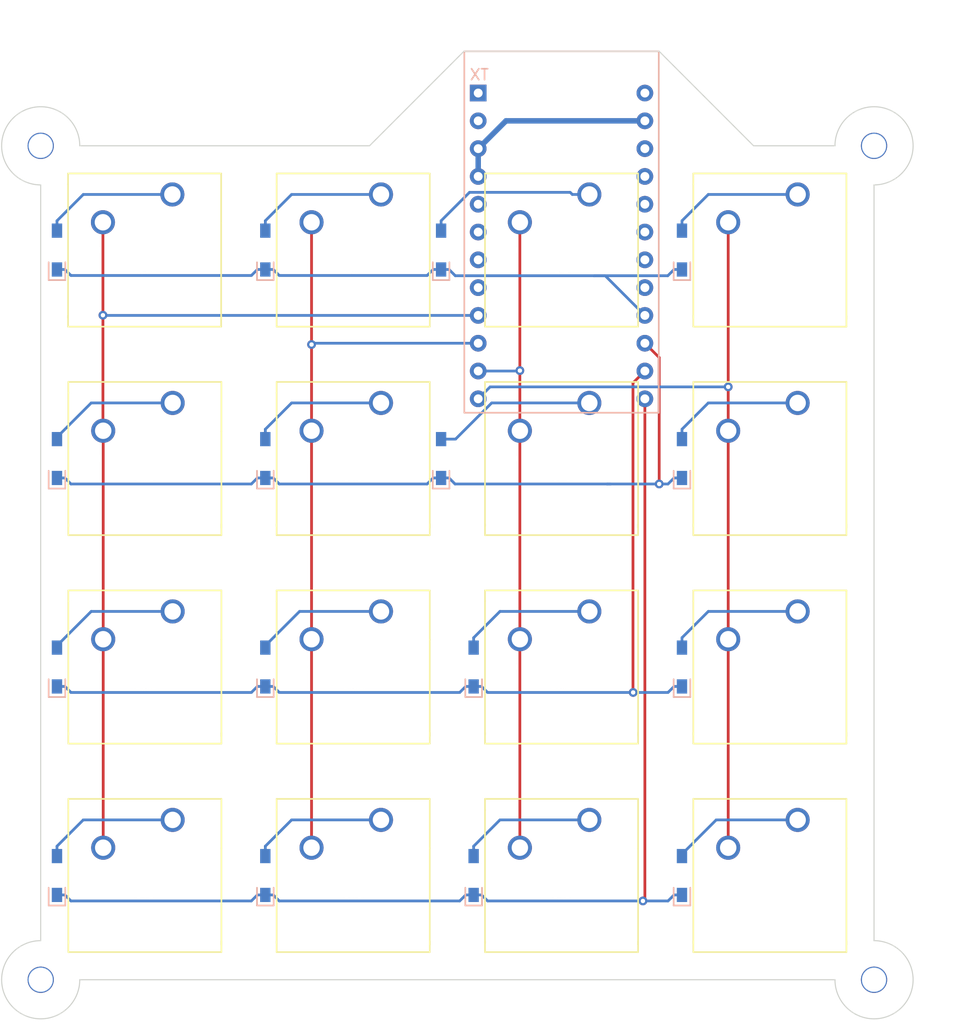
<source format=kicad_pcb>
(kicad_pcb (version 20171130) (host pcbnew "(5.0.1-3-g963ef8bb5)")

  (general
    (thickness 1.6)
    (drawings 14)
    (tracks 158)
    (zones 0)
    (modules 37)
    (nets 39)
  )

  (page A4)
  (layers
    (0 F.Cu signal)
    (31 B.Cu signal)
    (32 B.Adhes user)
    (33 F.Adhes user)
    (34 B.Paste user)
    (35 F.Paste user)
    (36 B.SilkS user)
    (37 F.SilkS user)
    (38 B.Mask user)
    (39 F.Mask user)
    (40 Dwgs.User user)
    (41 Cmts.User user)
    (42 Eco1.User user)
    (43 Eco2.User user)
    (44 Edge.Cuts user)
    (45 Margin user)
    (46 B.CrtYd user)
    (47 F.CrtYd user)
    (48 B.Fab user)
    (49 F.Fab user)
  )

  (setup
    (last_trace_width 0.25)
    (user_trace_width 0.5)
    (trace_clearance 0.2)
    (zone_clearance 0.508)
    (zone_45_only no)
    (trace_min 0.2)
    (segment_width 0.12)
    (edge_width 0.1)
    (via_size 0.8)
    (via_drill 0.4)
    (via_min_size 0.4)
    (via_min_drill 0.3)
    (uvia_size 0.3)
    (uvia_drill 0.1)
    (uvias_allowed no)
    (uvia_min_size 0.2)
    (uvia_min_drill 0.1)
    (pcb_text_width 0.3)
    (pcb_text_size 1.5 1.5)
    (mod_edge_width 0.15)
    (mod_text_size 1 1)
    (mod_text_width 0.15)
    (pad_size 4 4)
    (pad_drill 4)
    (pad_to_mask_clearance 0)
    (solder_mask_min_width 0.25)
    (aux_axis_origin 0 0)
    (grid_origin 22.656576 44.577)
    (visible_elements FFFFFF7F)
    (pcbplotparams
      (layerselection 0x010f0_ffffffff)
      (usegerberextensions false)
      (usegerberattributes false)
      (usegerberadvancedattributes false)
      (creategerberjobfile false)
      (excludeedgelayer true)
      (linewidth 0.100000)
      (plotframeref false)
      (viasonmask false)
      (mode 1)
      (useauxorigin false)
      (hpglpennumber 1)
      (hpglpenspeed 20)
      (hpglpendiameter 15.000000)
      (psnegative false)
      (psa4output false)
      (plotreference true)
      (plotvalue true)
      (plotinvisibletext false)
      (padsonsilk false)
      (subtractmaskfromsilk false)
      (outputformat 1)
      (mirror false)
      (drillshape 0)
      (scaleselection 1)
      (outputdirectory ""))
  )

  (net 0 "")
  (net 1 "Net-(D1-Pad2)")
  (net 2 "Net-(D2-Pad2)")
  (net 3 "Net-(D3-Pad2)")
  (net 4 "Net-(D4-Pad2)")
  (net 5 "Net-(D5-Pad2)")
  (net 6 "Net-(D6-Pad2)")
  (net 7 "Net-(D7-Pad2)")
  (net 8 "Net-(D8-Pad2)")
  (net 9 "Net-(D9-Pad2)")
  (net 10 "Net-(D10-Pad2)")
  (net 11 "Net-(D11-Pad2)")
  (net 12 "Net-(D12-Pad2)")
  (net 13 "Net-(D14-Pad2)")
  (net 14 "Net-(D15-Pad2)")
  (net 15 "Net-(D16-Pad2)")
  (net 16 VCC)
  (net 17 GND)
  (net 18 "Net-(D13-Pad2)")
  (net 19 "Net-(U1-Pad2)")
  (net 20 "Net-(U1-Pad5)")
  (net 21 "Net-(U1-Pad6)")
  (net 22 "Net-(U1-Pad24)")
  (net 23 row0)
  (net 24 row1)
  (net 25 row2)
  (net 26 row3)
  (net 27 col0)
  (net 28 col1)
  (net 29 col2)
  (net 30 col3)
  (net 31 "Net-(U1-Pad1)")
  (net 32 "Net-(U1-Pad7)")
  (net 33 "Net-(U1-Pad8)")
  (net 34 "Net-(U1-Pad22)")
  (net 35 "Net-(U1-Pad20)")
  (net 36 "Net-(U1-Pad19)")
  (net 37 "Net-(U1-Pad18)")
  (net 38 "Net-(U1-Pad17)")

  (net_class Default "これはデフォルトのネット クラスです。"
    (clearance 0.2)
    (trace_width 0.25)
    (via_dia 0.8)
    (via_drill 0.4)
    (uvia_dia 0.3)
    (uvia_drill 0.1)
    (add_net GND)
    (add_net "Net-(D1-Pad2)")
    (add_net "Net-(D10-Pad2)")
    (add_net "Net-(D11-Pad2)")
    (add_net "Net-(D12-Pad2)")
    (add_net "Net-(D13-Pad2)")
    (add_net "Net-(D14-Pad2)")
    (add_net "Net-(D15-Pad2)")
    (add_net "Net-(D16-Pad2)")
    (add_net "Net-(D2-Pad2)")
    (add_net "Net-(D3-Pad2)")
    (add_net "Net-(D4-Pad2)")
    (add_net "Net-(D5-Pad2)")
    (add_net "Net-(D6-Pad2)")
    (add_net "Net-(D7-Pad2)")
    (add_net "Net-(D8-Pad2)")
    (add_net "Net-(D9-Pad2)")
    (add_net "Net-(U1-Pad1)")
    (add_net "Net-(U1-Pad17)")
    (add_net "Net-(U1-Pad18)")
    (add_net "Net-(U1-Pad19)")
    (add_net "Net-(U1-Pad2)")
    (add_net "Net-(U1-Pad20)")
    (add_net "Net-(U1-Pad22)")
    (add_net "Net-(U1-Pad24)")
    (add_net "Net-(U1-Pad5)")
    (add_net "Net-(U1-Pad6)")
    (add_net "Net-(U1-Pad7)")
    (add_net "Net-(U1-Pad8)")
    (add_net VCC)
    (add_net col0)
    (add_net col1)
    (add_net col2)
    (add_net col3)
    (add_net row0)
    (add_net row1)
    (add_net row2)
    (add_net row3)
  )

  (module phi-kbd-library:D_SMD-irreversible (layer F.Cu) (tedit 5C581042) (tstamp 5F5198E5)
    (at 24.144866 54.102056 90)
    (descr "Resitance 3 pas")
    (tags R)
    (path /5C22D475)
    (autoplace_cost180 10)
    (fp_text reference D1 (at 0.55 0 90) (layer F.Fab) hide
      (effects (font (size 0.5 0.5) (thickness 0.125)))
    )
    (fp_text value D (at -0.55 0 90) (layer F.Fab) hide
      (effects (font (size 0.5 0.5) (thickness 0.125)))
    )
    (fp_line (start -2.7432 -0.762) (end -2.7432 0.762) (layer B.SilkS) (width 0.15))
    (fp_line (start -2.7432 0.762) (end -1.1176 0.762) (layer B.SilkS) (width 0.15))
    (fp_line (start -2.7432 -0.762) (end -1.1176 -0.762) (layer B.SilkS) (width 0.15))
    (pad 2 smd rect (at 1.775 0 90) (size 1.3 0.95) (layers B.Cu B.Paste B.Mask)
      (net 1 "Net-(D1-Pad2)"))
    (pad 1 smd rect (at -1.775 0 90) (size 1.3 0.95) (layers B.Cu B.Paste B.Mask)
      (net 23 row0))
    (model ${KISYS3DMOD}/Diode_SMD.3dshapes/D_SOD-123F.wrl
      (offset (xyz 0 0 -1.6))
      (scale (xyz 1 1 1))
      (rotate (xyz 0 180 180))
    )
  )

  (module phi-kbd-library:D_SMD-irreversible (layer F.Cu) (tedit 5C581042) (tstamp 5F5198EE)
    (at 24.144866 73.152168 90)
    (descr "Resitance 3 pas")
    (tags R)
    (path /5C22DF72)
    (autoplace_cost180 10)
    (fp_text reference D2 (at 0.55 0 90) (layer F.Fab) hide
      (effects (font (size 0.5 0.5) (thickness 0.125)))
    )
    (fp_text value D (at -0.55 0 90) (layer F.Fab) hide
      (effects (font (size 0.5 0.5) (thickness 0.125)))
    )
    (fp_line (start -2.7432 -0.762) (end -1.1176 -0.762) (layer B.SilkS) (width 0.15))
    (fp_line (start -2.7432 0.762) (end -1.1176 0.762) (layer B.SilkS) (width 0.15))
    (fp_line (start -2.7432 -0.762) (end -2.7432 0.762) (layer B.SilkS) (width 0.15))
    (pad 1 smd rect (at -1.775 0 90) (size 1.3 0.95) (layers B.Cu B.Paste B.Mask)
      (net 24 row1))
    (pad 2 smd rect (at 1.775 0 90) (size 1.3 0.95) (layers B.Cu B.Paste B.Mask)
      (net 2 "Net-(D2-Pad2)"))
    (model ${KISYS3DMOD}/Diode_SMD.3dshapes/D_SOD-123F.wrl
      (offset (xyz 0 0 -1.6))
      (scale (xyz 1 1 1))
      (rotate (xyz 0 180 180))
    )
  )

  (module phi-kbd-library:D_SMD-irreversible (layer F.Cu) (tedit 5C581042) (tstamp 5F5198F7)
    (at 24.144866 92.20228 90)
    (descr "Resitance 3 pas")
    (tags R)
    (path /5C22E20E)
    (autoplace_cost180 10)
    (fp_text reference D3 (at 0.55 0 90) (layer F.Fab) hide
      (effects (font (size 0.5 0.5) (thickness 0.125)))
    )
    (fp_text value D (at -0.55 0 90) (layer F.Fab) hide
      (effects (font (size 0.5 0.5) (thickness 0.125)))
    )
    (fp_line (start -2.7432 -0.762) (end -1.1176 -0.762) (layer B.SilkS) (width 0.15))
    (fp_line (start -2.7432 0.762) (end -1.1176 0.762) (layer B.SilkS) (width 0.15))
    (fp_line (start -2.7432 -0.762) (end -2.7432 0.762) (layer B.SilkS) (width 0.15))
    (pad 1 smd rect (at -1.775 0 90) (size 1.3 0.95) (layers B.Cu B.Paste B.Mask)
      (net 25 row2))
    (pad 2 smd rect (at 1.775 0 90) (size 1.3 0.95) (layers B.Cu B.Paste B.Mask)
      (net 3 "Net-(D3-Pad2)"))
    (model ${KISYS3DMOD}/Diode_SMD.3dshapes/D_SOD-123F.wrl
      (offset (xyz 0 0 -1.6))
      (scale (xyz 1 1 1))
      (rotate (xyz 0 180 180))
    )
  )

  (module phi-kbd-library:D_SMD-irreversible (layer F.Cu) (tedit 5C581042) (tstamp 5F519900)
    (at 24.144866 111.252392 90)
    (descr "Resitance 3 pas")
    (tags R)
    (path /5E866E63)
    (autoplace_cost180 10)
    (fp_text reference D4 (at 0.55 0 90) (layer F.Fab) hide
      (effects (font (size 0.5 0.5) (thickness 0.125)))
    )
    (fp_text value D (at -0.55 0 90) (layer F.Fab) hide
      (effects (font (size 0.5 0.5) (thickness 0.125)))
    )
    (fp_line (start -2.7432 -0.762) (end -1.1176 -0.762) (layer B.SilkS) (width 0.15))
    (fp_line (start -2.7432 0.762) (end -1.1176 0.762) (layer B.SilkS) (width 0.15))
    (fp_line (start -2.7432 -0.762) (end -2.7432 0.762) (layer B.SilkS) (width 0.15))
    (pad 1 smd rect (at -1.775 0 90) (size 1.3 0.95) (layers B.Cu B.Paste B.Mask)
      (net 26 row3))
    (pad 2 smd rect (at 1.775 0 90) (size 1.3 0.95) (layers B.Cu B.Paste B.Mask)
      (net 4 "Net-(D4-Pad2)"))
    (model ${KISYS3DMOD}/Diode_SMD.3dshapes/D_SOD-123F.wrl
      (offset (xyz 0 0 -1.6))
      (scale (xyz 1 1 1))
      (rotate (xyz 0 180 180))
    )
  )

  (module phi-kbd-library:D_SMD-irreversible (layer F.Cu) (tedit 5C581042) (tstamp 5F519909)
    (at 43.194978 54.102056 90)
    (descr "Resitance 3 pas")
    (tags R)
    (path /5C22D8D9)
    (autoplace_cost180 10)
    (fp_text reference D5 (at 0.55 0 90) (layer F.Fab) hide
      (effects (font (size 0.5 0.5) (thickness 0.125)))
    )
    (fp_text value D (at -0.55 0 90) (layer F.Fab) hide
      (effects (font (size 0.5 0.5) (thickness 0.125)))
    )
    (fp_line (start -2.7432 -0.762) (end -2.7432 0.762) (layer B.SilkS) (width 0.15))
    (fp_line (start -2.7432 0.762) (end -1.1176 0.762) (layer B.SilkS) (width 0.15))
    (fp_line (start -2.7432 -0.762) (end -1.1176 -0.762) (layer B.SilkS) (width 0.15))
    (pad 2 smd rect (at 1.775 0 90) (size 1.3 0.95) (layers B.Cu B.Paste B.Mask)
      (net 5 "Net-(D5-Pad2)"))
    (pad 1 smd rect (at -1.775 0 90) (size 1.3 0.95) (layers B.Cu B.Paste B.Mask)
      (net 23 row0))
    (model ${KISYS3DMOD}/Diode_SMD.3dshapes/D_SOD-123F.wrl
      (offset (xyz 0 0 -1.6))
      (scale (xyz 1 1 1))
      (rotate (xyz 0 180 180))
    )
  )

  (module phi-kbd-library:D_SMD-irreversible (layer F.Cu) (tedit 5C581042) (tstamp 5F519912)
    (at 43.194978 73.152168 90)
    (descr "Resitance 3 pas")
    (tags R)
    (path /5C22DF79)
    (autoplace_cost180 10)
    (fp_text reference D6 (at 0.55 0 90) (layer F.Fab) hide
      (effects (font (size 0.5 0.5) (thickness 0.125)))
    )
    (fp_text value D (at -0.55 0 90) (layer F.Fab) hide
      (effects (font (size 0.5 0.5) (thickness 0.125)))
    )
    (fp_line (start -2.7432 -0.762) (end -2.7432 0.762) (layer B.SilkS) (width 0.15))
    (fp_line (start -2.7432 0.762) (end -1.1176 0.762) (layer B.SilkS) (width 0.15))
    (fp_line (start -2.7432 -0.762) (end -1.1176 -0.762) (layer B.SilkS) (width 0.15))
    (pad 2 smd rect (at 1.775 0 90) (size 1.3 0.95) (layers B.Cu B.Paste B.Mask)
      (net 6 "Net-(D6-Pad2)"))
    (pad 1 smd rect (at -1.775 0 90) (size 1.3 0.95) (layers B.Cu B.Paste B.Mask)
      (net 24 row1))
    (model ${KISYS3DMOD}/Diode_SMD.3dshapes/D_SOD-123F.wrl
      (offset (xyz 0 0 -1.6))
      (scale (xyz 1 1 1))
      (rotate (xyz 0 180 180))
    )
  )

  (module phi-kbd-library:D_SMD-irreversible (layer F.Cu) (tedit 5C581042) (tstamp 5F51991B)
    (at 43.194978 92.20228 90)
    (descr "Resitance 3 pas")
    (tags R)
    (path /5C22E215)
    (autoplace_cost180 10)
    (fp_text reference D7 (at 0.55 0 90) (layer F.Fab) hide
      (effects (font (size 0.5 0.5) (thickness 0.125)))
    )
    (fp_text value D (at -0.55 0 90) (layer F.Fab) hide
      (effects (font (size 0.5 0.5) (thickness 0.125)))
    )
    (fp_line (start -2.7432 -0.762) (end -2.7432 0.762) (layer B.SilkS) (width 0.15))
    (fp_line (start -2.7432 0.762) (end -1.1176 0.762) (layer B.SilkS) (width 0.15))
    (fp_line (start -2.7432 -0.762) (end -1.1176 -0.762) (layer B.SilkS) (width 0.15))
    (pad 2 smd rect (at 1.775 0 90) (size 1.3 0.95) (layers B.Cu B.Paste B.Mask)
      (net 7 "Net-(D7-Pad2)"))
    (pad 1 smd rect (at -1.775 0 90) (size 1.3 0.95) (layers B.Cu B.Paste B.Mask)
      (net 25 row2))
    (model ${KISYS3DMOD}/Diode_SMD.3dshapes/D_SOD-123F.wrl
      (offset (xyz 0 0 -1.6))
      (scale (xyz 1 1 1))
      (rotate (xyz 0 180 180))
    )
  )

  (module phi-kbd-library:D_SMD-irreversible (layer F.Cu) (tedit 5C581042) (tstamp 5F519924)
    (at 43.194978 111.252392 90)
    (descr "Resitance 3 pas")
    (tags R)
    (path /5D9D7C25)
    (autoplace_cost180 10)
    (fp_text reference D8 (at 0.55 0 90) (layer F.Fab) hide
      (effects (font (size 0.5 0.5) (thickness 0.125)))
    )
    (fp_text value D (at -0.55 0 90) (layer F.Fab) hide
      (effects (font (size 0.5 0.5) (thickness 0.125)))
    )
    (fp_line (start -2.7432 -0.762) (end -2.7432 0.762) (layer B.SilkS) (width 0.15))
    (fp_line (start -2.7432 0.762) (end -1.1176 0.762) (layer B.SilkS) (width 0.15))
    (fp_line (start -2.7432 -0.762) (end -1.1176 -0.762) (layer B.SilkS) (width 0.15))
    (pad 2 smd rect (at 1.775 0 90) (size 1.3 0.95) (layers B.Cu B.Paste B.Mask)
      (net 8 "Net-(D8-Pad2)"))
    (pad 1 smd rect (at -1.775 0 90) (size 1.3 0.95) (layers B.Cu B.Paste B.Mask)
      (net 26 row3))
    (model ${KISYS3DMOD}/Diode_SMD.3dshapes/D_SOD-123F.wrl
      (offset (xyz 0 0 -1.6))
      (scale (xyz 1 1 1))
      (rotate (xyz 0 180 180))
    )
  )

  (module phi-kbd-library:D_SMD-irreversible (layer F.Cu) (tedit 5C581042) (tstamp 5F51992D)
    (at 59.26851 54.102056 90)
    (descr "Resitance 3 pas")
    (tags R)
    (path /5C22D927)
    (autoplace_cost180 10)
    (fp_text reference D9 (at 0.55 0 90) (layer F.Fab) hide
      (effects (font (size 0.5 0.5) (thickness 0.125)))
    )
    (fp_text value D (at -0.55 0 90) (layer F.Fab) hide
      (effects (font (size 0.5 0.5) (thickness 0.125)))
    )
    (fp_line (start -2.7432 -0.762) (end -1.1176 -0.762) (layer B.SilkS) (width 0.15))
    (fp_line (start -2.7432 0.762) (end -1.1176 0.762) (layer B.SilkS) (width 0.15))
    (fp_line (start -2.7432 -0.762) (end -2.7432 0.762) (layer B.SilkS) (width 0.15))
    (pad 1 smd rect (at -1.775 0 90) (size 1.3 0.95) (layers B.Cu B.Paste B.Mask)
      (net 23 row0))
    (pad 2 smd rect (at 1.775 0 90) (size 1.3 0.95) (layers B.Cu B.Paste B.Mask)
      (net 9 "Net-(D9-Pad2)"))
    (model ${KISYS3DMOD}/Diode_SMD.3dshapes/D_SOD-123F.wrl
      (offset (xyz 0 0 -1.6))
      (scale (xyz 1 1 1))
      (rotate (xyz 0 180 180))
    )
  )

  (module phi-kbd-library:D_SMD-irreversible (layer F.Cu) (tedit 5C581042) (tstamp 5F519936)
    (at 59.26851 73.152168 90)
    (descr "Resitance 3 pas")
    (tags R)
    (path /5C22DF80)
    (autoplace_cost180 10)
    (fp_text reference D10 (at 0.55 0 90) (layer F.Fab) hide
      (effects (font (size 0.5 0.5) (thickness 0.125)))
    )
    (fp_text value D (at -0.55 0 90) (layer F.Fab) hide
      (effects (font (size 0.5 0.5) (thickness 0.125)))
    )
    (fp_line (start -2.7432 -0.762) (end -1.1176 -0.762) (layer B.SilkS) (width 0.15))
    (fp_line (start -2.7432 0.762) (end -1.1176 0.762) (layer B.SilkS) (width 0.15))
    (fp_line (start -2.7432 -0.762) (end -2.7432 0.762) (layer B.SilkS) (width 0.15))
    (pad 1 smd rect (at -1.775 0 90) (size 1.3 0.95) (layers B.Cu B.Paste B.Mask)
      (net 24 row1))
    (pad 2 smd rect (at 1.775 0 90) (size 1.3 0.95) (layers B.Cu B.Paste B.Mask)
      (net 10 "Net-(D10-Pad2)"))
    (model ${KISYS3DMOD}/Diode_SMD.3dshapes/D_SOD-123F.wrl
      (offset (xyz 0 0 -1.6))
      (scale (xyz 1 1 1))
      (rotate (xyz 0 180 180))
    )
  )

  (module phi-kbd-library:D_SMD-irreversible (layer F.Cu) (tedit 5C581042) (tstamp 5F51993F)
    (at 62.24509 92.20228 90)
    (descr "Resitance 3 pas")
    (tags R)
    (path /5C22E21C)
    (autoplace_cost180 10)
    (fp_text reference D11 (at 0.55 0 90) (layer F.Fab) hide
      (effects (font (size 0.5 0.5) (thickness 0.125)))
    )
    (fp_text value D (at -0.55 0 90) (layer F.Fab) hide
      (effects (font (size 0.5 0.5) (thickness 0.125)))
    )
    (fp_line (start -2.7432 -0.762) (end -1.1176 -0.762) (layer B.SilkS) (width 0.15))
    (fp_line (start -2.7432 0.762) (end -1.1176 0.762) (layer B.SilkS) (width 0.15))
    (fp_line (start -2.7432 -0.762) (end -2.7432 0.762) (layer B.SilkS) (width 0.15))
    (pad 1 smd rect (at -1.775 0 90) (size 1.3 0.95) (layers B.Cu B.Paste B.Mask)
      (net 25 row2))
    (pad 2 smd rect (at 1.775 0 90) (size 1.3 0.95) (layers B.Cu B.Paste B.Mask)
      (net 11 "Net-(D11-Pad2)"))
    (model ${KISYS3DMOD}/Diode_SMD.3dshapes/D_SOD-123F.wrl
      (offset (xyz 0 0 -1.6))
      (scale (xyz 1 1 1))
      (rotate (xyz 0 180 180))
    )
  )

  (module phi-kbd-library:D_SMD-irreversible (layer F.Cu) (tedit 5C581042) (tstamp 5F519948)
    (at 62.24509 111.252392 90)
    (descr "Resitance 3 pas")
    (tags R)
    (path /5D9D7C2C)
    (autoplace_cost180 10)
    (fp_text reference D12 (at 0.55 0 90) (layer F.Fab) hide
      (effects (font (size 0.5 0.5) (thickness 0.125)))
    )
    (fp_text value D (at -0.55 0 90) (layer F.Fab) hide
      (effects (font (size 0.5 0.5) (thickness 0.125)))
    )
    (fp_line (start -2.7432 -0.762) (end -1.1176 -0.762) (layer B.SilkS) (width 0.15))
    (fp_line (start -2.7432 0.762) (end -1.1176 0.762) (layer B.SilkS) (width 0.15))
    (fp_line (start -2.7432 -0.762) (end -2.7432 0.762) (layer B.SilkS) (width 0.15))
    (pad 1 smd rect (at -1.775 0 90) (size 1.3 0.95) (layers B.Cu B.Paste B.Mask)
      (net 26 row3))
    (pad 2 smd rect (at 1.775 0 90) (size 1.3 0.95) (layers B.Cu B.Paste B.Mask)
      (net 12 "Net-(D12-Pad2)"))
    (model ${KISYS3DMOD}/Diode_SMD.3dshapes/D_SOD-123F.wrl
      (offset (xyz 0 0 -1.6))
      (scale (xyz 1 1 1))
      (rotate (xyz 0 180 180))
    )
  )

  (module phi-kbd-library:D_SMD-irreversible (layer F.Cu) (tedit 5C581042) (tstamp 5F519951)
    (at 81.295202 54.102056 90)
    (descr "Resitance 3 pas")
    (tags R)
    (path /5C22D975)
    (autoplace_cost180 10)
    (fp_text reference D13 (at 0.55 0 90) (layer F.Fab) hide
      (effects (font (size 0.5 0.5) (thickness 0.125)))
    )
    (fp_text value D (at -0.55 0 90) (layer F.Fab) hide
      (effects (font (size 0.5 0.5) (thickness 0.125)))
    )
    (fp_line (start -2.7432 -0.762) (end -2.7432 0.762) (layer B.SilkS) (width 0.15))
    (fp_line (start -2.7432 0.762) (end -1.1176 0.762) (layer B.SilkS) (width 0.15))
    (fp_line (start -2.7432 -0.762) (end -1.1176 -0.762) (layer B.SilkS) (width 0.15))
    (pad 2 smd rect (at 1.775 0 90) (size 1.3 0.95) (layers B.Cu B.Paste B.Mask)
      (net 18 "Net-(D13-Pad2)"))
    (pad 1 smd rect (at -1.775 0 90) (size 1.3 0.95) (layers B.Cu B.Paste B.Mask)
      (net 23 row0))
    (model ${KISYS3DMOD}/Diode_SMD.3dshapes/D_SOD-123F.wrl
      (offset (xyz 0 0 -1.6))
      (scale (xyz 1 1 1))
      (rotate (xyz 0 180 180))
    )
  )

  (module phi-kbd-library:D_SMD-irreversible (layer F.Cu) (tedit 5C581042) (tstamp 5F51995A)
    (at 81.295202 73.152168 90)
    (descr "Resitance 3 pas")
    (tags R)
    (path /5C22DF87)
    (autoplace_cost180 10)
    (fp_text reference D14 (at 0.55 0 90) (layer F.Fab) hide
      (effects (font (size 0.5 0.5) (thickness 0.125)))
    )
    (fp_text value D (at -0.55 0 90) (layer F.Fab) hide
      (effects (font (size 0.5 0.5) (thickness 0.125)))
    )
    (fp_line (start -2.7432 -0.762) (end -2.7432 0.762) (layer B.SilkS) (width 0.15))
    (fp_line (start -2.7432 0.762) (end -1.1176 0.762) (layer B.SilkS) (width 0.15))
    (fp_line (start -2.7432 -0.762) (end -1.1176 -0.762) (layer B.SilkS) (width 0.15))
    (pad 2 smd rect (at 1.775 0 90) (size 1.3 0.95) (layers B.Cu B.Paste B.Mask)
      (net 13 "Net-(D14-Pad2)"))
    (pad 1 smd rect (at -1.775 0 90) (size 1.3 0.95) (layers B.Cu B.Paste B.Mask)
      (net 24 row1))
    (model ${KISYS3DMOD}/Diode_SMD.3dshapes/D_SOD-123F.wrl
      (offset (xyz 0 0 -1.6))
      (scale (xyz 1 1 1))
      (rotate (xyz 0 180 180))
    )
  )

  (module phi-kbd-library:D_SMD-irreversible (layer F.Cu) (tedit 5C581042) (tstamp 5F519963)
    (at 81.295202 92.20228 90)
    (descr "Resitance 3 pas")
    (tags R)
    (path /5C22E223)
    (autoplace_cost180 10)
    (fp_text reference D15 (at 0.55 0 90) (layer F.Fab) hide
      (effects (font (size 0.5 0.5) (thickness 0.125)))
    )
    (fp_text value D (at -0.55 0 90) (layer F.Fab) hide
      (effects (font (size 0.5 0.5) (thickness 0.125)))
    )
    (fp_line (start -2.7432 -0.762) (end -2.7432 0.762) (layer B.SilkS) (width 0.15))
    (fp_line (start -2.7432 0.762) (end -1.1176 0.762) (layer B.SilkS) (width 0.15))
    (fp_line (start -2.7432 -0.762) (end -1.1176 -0.762) (layer B.SilkS) (width 0.15))
    (pad 2 smd rect (at 1.775 0 90) (size 1.3 0.95) (layers B.Cu B.Paste B.Mask)
      (net 14 "Net-(D15-Pad2)"))
    (pad 1 smd rect (at -1.775 0 90) (size 1.3 0.95) (layers B.Cu B.Paste B.Mask)
      (net 25 row2))
    (model ${KISYS3DMOD}/Diode_SMD.3dshapes/D_SOD-123F.wrl
      (offset (xyz 0 0 -1.6))
      (scale (xyz 1 1 1))
      (rotate (xyz 0 180 180))
    )
  )

  (module phi-kbd-library:D_SMD-irreversible (layer F.Cu) (tedit 5C581042) (tstamp 5F51996C)
    (at 81.295202 111.252392 90)
    (descr "Resitance 3 pas")
    (tags R)
    (path /5EB5EAFF)
    (autoplace_cost180 10)
    (fp_text reference D16 (at 0.55 0 90) (layer F.Fab) hide
      (effects (font (size 0.5 0.5) (thickness 0.125)))
    )
    (fp_text value D (at -0.55 0 90) (layer F.Fab) hide
      (effects (font (size 0.5 0.5) (thickness 0.125)))
    )
    (fp_line (start -2.7432 -0.762) (end -1.1176 -0.762) (layer B.SilkS) (width 0.15))
    (fp_line (start -2.7432 0.762) (end -1.1176 0.762) (layer B.SilkS) (width 0.15))
    (fp_line (start -2.7432 -0.762) (end -2.7432 0.762) (layer B.SilkS) (width 0.15))
    (pad 1 smd rect (at -1.775 0 90) (size 1.3 0.95) (layers B.Cu B.Paste B.Mask)
      (net 26 row3))
    (pad 2 smd rect (at 1.775 0 90) (size 1.3 0.95) (layers B.Cu B.Paste B.Mask)
      (net 15 "Net-(D16-Pad2)"))
    (model ${KISYS3DMOD}/Diode_SMD.3dshapes/D_SOD-123F.wrl
      (offset (xyz 0 0 -1.6))
      (scale (xyz 1 1 1))
      (rotate (xyz 0 180 180))
    )
  )

  (module phi-kbd-library:MX_1.00u-irreversible (layer F.Cu) (tedit 5C4D6D7A) (tstamp 5F519981)
    (at 32.156576 54.102056)
    (descr "Cherry MX keyswitch, MX1A, 1.00u, PCB mount, http://cherryamericas.com/wp-body/uploads/2014/12/mx_cat.pdf")
    (tags "cherry mx keyswitch MX1A 1.00u PCB")
    (path /5C22C971)
    (fp_text reference SW1 (at 0 -7.7) (layer F.Fab)
      (effects (font (size 1 1) (thickness 0.15)))
    )
    (fp_text value SW_PUSH (at 0 7.874) (layer F.Fab) hide
      (effects (font (size 1 1) (thickness 0.15)))
    )
    (fp_line (start -9.5 -9.5) (end 9.5 -9.5) (layer F.Fab) (width 0.1))
    (fp_line (start 9.5 -9.5) (end 9.5 9.5) (layer F.Fab) (width 0.1))
    (fp_line (start 9.5 9.5) (end -9.5 9.5) (layer F.Fab) (width 0.1))
    (fp_line (start -9.5 9.5) (end -9.5 -9.5) (layer F.Fab) (width 0.1))
    (fp_line (start -7 -6) (end -7 -7) (layer F.SilkS) (width 0.15))
    (fp_line (start -7 7) (end -7 6) (layer F.SilkS) (width 0.15))
    (fp_line (start -7 -6.0198) (end -7 6.1976) (layer F.SilkS) (width 0.15))
    (fp_line (start -7 7) (end 7 7) (layer F.SilkS) (width 0.15))
    (fp_line (start 7 -2.5) (end 7 6.3246) (layer F.SilkS) (width 0.15))
    (fp_line (start 7 7) (end 7 6) (layer F.SilkS) (width 0.15))
    (fp_line (start 7 -2.4892) (end 7 -7) (layer F.SilkS) (width 0.15))
    (fp_line (start -7 -7) (end 7 -7) (layer F.SilkS) (width 0.15))
    (pad "" np_thru_hole circle (at 5.08 0) (size 1.7 1.7) (drill 1.7) (layers *.Cu *.Mask))
    (pad "" np_thru_hole circle (at -5.08 0) (size 1.7 1.7) (drill 1.7) (layers *.Cu *.Mask))
    (pad "" np_thru_hole circle (at 0 0) (size 4 4) (drill 4) (layers *.Cu *.Mask))
    (pad 1 thru_hole circle (at -3.81 -2.54) (size 2.2 2.2) (drill 1.5) (layers *.Cu *.Mask)
      (net 27 col0))
    (pad 2 thru_hole circle (at 2.54 -5.08) (size 2.2 2.2) (drill 1.5) (layers *.Cu *.Mask)
      (net 1 "Net-(D1-Pad2)"))
    (model ${KISYS3DMOD}/phi-kbd.3dshapes/MX.step
      (at (xyz 0 0 0))
      (scale (xyz 1 1 1))
      (rotate (xyz 0 0 0))
    )
  )

  (module phi-kbd-library:MX_1.00u-irreversible (layer F.Cu) (tedit 5C4D6D7A) (tstamp 5F519996)
    (at 32.181632 73.152168)
    (descr "Cherry MX keyswitch, MX1A, 1.00u, PCB mount, http://cherryamericas.com/wp-body/uploads/2014/12/mx_cat.pdf")
    (tags "cherry mx keyswitch MX1A 1.00u PCB")
    (path /5C22DF47)
    (fp_text reference SW2 (at 0 -7.7) (layer F.Fab)
      (effects (font (size 1 1) (thickness 0.15)))
    )
    (fp_text value SW_PUSH (at 0 7.874) (layer F.Fab) hide
      (effects (font (size 1 1) (thickness 0.15)))
    )
    (fp_line (start -7 -7) (end 7 -7) (layer F.SilkS) (width 0.15))
    (fp_line (start 7 -2.4892) (end 7 -7) (layer F.SilkS) (width 0.15))
    (fp_line (start 7 7) (end 7 6) (layer F.SilkS) (width 0.15))
    (fp_line (start 7 -2.5) (end 7 6.3246) (layer F.SilkS) (width 0.15))
    (fp_line (start -7 7) (end 7 7) (layer F.SilkS) (width 0.15))
    (fp_line (start -7 -6.0198) (end -7 6.1976) (layer F.SilkS) (width 0.15))
    (fp_line (start -7 7) (end -7 6) (layer F.SilkS) (width 0.15))
    (fp_line (start -7 -6) (end -7 -7) (layer F.SilkS) (width 0.15))
    (fp_line (start -9.5 9.5) (end -9.5 -9.5) (layer F.Fab) (width 0.1))
    (fp_line (start 9.5 9.5) (end -9.5 9.5) (layer F.Fab) (width 0.1))
    (fp_line (start 9.5 -9.5) (end 9.5 9.5) (layer F.Fab) (width 0.1))
    (fp_line (start -9.5 -9.5) (end 9.5 -9.5) (layer F.Fab) (width 0.1))
    (pad 2 thru_hole circle (at 2.54 -5.08) (size 2.2 2.2) (drill 1.5) (layers *.Cu *.Mask)
      (net 2 "Net-(D2-Pad2)"))
    (pad 1 thru_hole circle (at -3.81 -2.54) (size 2.2 2.2) (drill 1.5) (layers *.Cu *.Mask)
      (net 27 col0))
    (pad "" np_thru_hole circle (at 0 0) (size 4 4) (drill 4) (layers *.Cu *.Mask))
    (pad "" np_thru_hole circle (at -5.08 0) (size 1.7 1.7) (drill 1.7) (layers *.Cu *.Mask))
    (pad "" np_thru_hole circle (at 5.08 0) (size 1.7 1.7) (drill 1.7) (layers *.Cu *.Mask))
    (model ${KISYS3DMOD}/phi-kbd.3dshapes/MX.step
      (at (xyz 0 0 0))
      (scale (xyz 1 1 1))
      (rotate (xyz 0 0 0))
    )
  )

  (module phi-kbd-library:MX_1.00u-irreversible (layer F.Cu) (tedit 5C4D6D7A) (tstamp 5F5199AB)
    (at 32.181632 92.20228)
    (descr "Cherry MX keyswitch, MX1A, 1.00u, PCB mount, http://cherryamericas.com/wp-body/uploads/2014/12/mx_cat.pdf")
    (tags "cherry mx keyswitch MX1A 1.00u PCB")
    (path /5C22E1E3)
    (fp_text reference SW3 (at 0 -7.7) (layer F.Fab)
      (effects (font (size 1 1) (thickness 0.15)))
    )
    (fp_text value SW_PUSH (at 0 7.874) (layer F.Fab) hide
      (effects (font (size 1 1) (thickness 0.15)))
    )
    (fp_line (start -7 -7) (end 7 -7) (layer F.SilkS) (width 0.15))
    (fp_line (start 7 -2.4892) (end 7 -7) (layer F.SilkS) (width 0.15))
    (fp_line (start 7 7) (end 7 6) (layer F.SilkS) (width 0.15))
    (fp_line (start 7 -2.5) (end 7 6.3246) (layer F.SilkS) (width 0.15))
    (fp_line (start -7 7) (end 7 7) (layer F.SilkS) (width 0.15))
    (fp_line (start -7 -6.0198) (end -7 6.1976) (layer F.SilkS) (width 0.15))
    (fp_line (start -7 7) (end -7 6) (layer F.SilkS) (width 0.15))
    (fp_line (start -7 -6) (end -7 -7) (layer F.SilkS) (width 0.15))
    (fp_line (start -9.5 9.5) (end -9.5 -9.5) (layer F.Fab) (width 0.1))
    (fp_line (start 9.5 9.5) (end -9.5 9.5) (layer F.Fab) (width 0.1))
    (fp_line (start 9.5 -9.5) (end 9.5 9.5) (layer F.Fab) (width 0.1))
    (fp_line (start -9.5 -9.5) (end 9.5 -9.5) (layer F.Fab) (width 0.1))
    (pad 2 thru_hole circle (at 2.54 -5.08) (size 2.2 2.2) (drill 1.5) (layers *.Cu *.Mask)
      (net 3 "Net-(D3-Pad2)"))
    (pad 1 thru_hole circle (at -3.81 -2.54) (size 2.2 2.2) (drill 1.5) (layers *.Cu *.Mask)
      (net 27 col0))
    (pad "" np_thru_hole circle (at 0 0) (size 4 4) (drill 4) (layers *.Cu *.Mask))
    (pad "" np_thru_hole circle (at -5.08 0) (size 1.7 1.7) (drill 1.7) (layers *.Cu *.Mask))
    (pad "" np_thru_hole circle (at 5.08 0) (size 1.7 1.7) (drill 1.7) (layers *.Cu *.Mask))
    (model ${KISYS3DMOD}/phi-kbd.3dshapes/MX.step
      (at (xyz 0 0 0))
      (scale (xyz 1 1 1))
      (rotate (xyz 0 0 0))
    )
  )

  (module phi-kbd-library:MX_1.00u-irreversible (layer F.Cu) (tedit 5C4D6D7A) (tstamp 5F5199C0)
    (at 32.181632 111.252392)
    (descr "Cherry MX keyswitch, MX1A, 1.00u, PCB mount, http://cherryamericas.com/wp-body/uploads/2014/12/mx_cat.pdf")
    (tags "cherry mx keyswitch MX1A 1.00u PCB")
    (path /5E866E5C)
    (fp_text reference SW4 (at 0 -7.7) (layer F.Fab)
      (effects (font (size 1 1) (thickness 0.15)))
    )
    (fp_text value SW_PUSH (at 0 7.874) (layer F.Fab) hide
      (effects (font (size 1 1) (thickness 0.15)))
    )
    (fp_line (start -9.5 -9.5) (end 9.5 -9.5) (layer F.Fab) (width 0.1))
    (fp_line (start 9.5 -9.5) (end 9.5 9.5) (layer F.Fab) (width 0.1))
    (fp_line (start 9.5 9.5) (end -9.5 9.5) (layer F.Fab) (width 0.1))
    (fp_line (start -9.5 9.5) (end -9.5 -9.5) (layer F.Fab) (width 0.1))
    (fp_line (start -7 -6) (end -7 -7) (layer F.SilkS) (width 0.15))
    (fp_line (start -7 7) (end -7 6) (layer F.SilkS) (width 0.15))
    (fp_line (start -7 -6.0198) (end -7 6.1976) (layer F.SilkS) (width 0.15))
    (fp_line (start -7 7) (end 7 7) (layer F.SilkS) (width 0.15))
    (fp_line (start 7 -2.5) (end 7 6.3246) (layer F.SilkS) (width 0.15))
    (fp_line (start 7 7) (end 7 6) (layer F.SilkS) (width 0.15))
    (fp_line (start 7 -2.4892) (end 7 -7) (layer F.SilkS) (width 0.15))
    (fp_line (start -7 -7) (end 7 -7) (layer F.SilkS) (width 0.15))
    (pad "" np_thru_hole circle (at 5.08 0) (size 1.7 1.7) (drill 1.7) (layers *.Cu *.Mask))
    (pad "" np_thru_hole circle (at -5.08 0) (size 1.7 1.7) (drill 1.7) (layers *.Cu *.Mask))
    (pad "" np_thru_hole circle (at 0 0) (size 4 4) (drill 4) (layers *.Cu *.Mask))
    (pad 1 thru_hole circle (at -3.81 -2.54) (size 2.2 2.2) (drill 1.5) (layers *.Cu *.Mask)
      (net 27 col0))
    (pad 2 thru_hole circle (at 2.54 -5.08) (size 2.2 2.2) (drill 1.5) (layers *.Cu *.Mask)
      (net 4 "Net-(D4-Pad2)"))
    (model ${KISYS3DMOD}/phi-kbd.3dshapes/MX.step
      (at (xyz 0 0 0))
      (scale (xyz 1 1 1))
      (rotate (xyz 0 0 0))
    )
  )

  (module phi-kbd-library:MX_1.00u-irreversible (layer F.Cu) (tedit 5C4D6D7A) (tstamp 5F5199D5)
    (at 51.231744 54.102056)
    (descr "Cherry MX keyswitch, MX1A, 1.00u, PCB mount, http://cherryamericas.com/wp-body/uploads/2014/12/mx_cat.pdf")
    (tags "cherry mx keyswitch MX1A 1.00u PCB")
    (path /5C22CA22)
    (fp_text reference SW5 (at 0 -7.7) (layer F.Fab)
      (effects (font (size 1 1) (thickness 0.15)))
    )
    (fp_text value SW_PUSH (at 0 7.874) (layer F.Fab) hide
      (effects (font (size 1 1) (thickness 0.15)))
    )
    (fp_line (start -7 -7) (end 7 -7) (layer F.SilkS) (width 0.15))
    (fp_line (start 7 -2.4892) (end 7 -7) (layer F.SilkS) (width 0.15))
    (fp_line (start 7 7) (end 7 6) (layer F.SilkS) (width 0.15))
    (fp_line (start 7 -2.5) (end 7 6.3246) (layer F.SilkS) (width 0.15))
    (fp_line (start -7 7) (end 7 7) (layer F.SilkS) (width 0.15))
    (fp_line (start -7 -6.0198) (end -7 6.1976) (layer F.SilkS) (width 0.15))
    (fp_line (start -7 7) (end -7 6) (layer F.SilkS) (width 0.15))
    (fp_line (start -7 -6) (end -7 -7) (layer F.SilkS) (width 0.15))
    (fp_line (start -9.5 9.5) (end -9.5 -9.5) (layer F.Fab) (width 0.1))
    (fp_line (start 9.5 9.5) (end -9.5 9.5) (layer F.Fab) (width 0.1))
    (fp_line (start 9.5 -9.5) (end 9.5 9.5) (layer F.Fab) (width 0.1))
    (fp_line (start -9.5 -9.5) (end 9.5 -9.5) (layer F.Fab) (width 0.1))
    (pad 2 thru_hole circle (at 2.54 -5.08) (size 2.2 2.2) (drill 1.5) (layers *.Cu *.Mask)
      (net 5 "Net-(D5-Pad2)"))
    (pad 1 thru_hole circle (at -3.81 -2.54) (size 2.2 2.2) (drill 1.5) (layers *.Cu *.Mask)
      (net 28 col1))
    (pad "" np_thru_hole circle (at 0 0) (size 4 4) (drill 4) (layers *.Cu *.Mask))
    (pad "" np_thru_hole circle (at -5.08 0) (size 1.7 1.7) (drill 1.7) (layers *.Cu *.Mask))
    (pad "" np_thru_hole circle (at 5.08 0) (size 1.7 1.7) (drill 1.7) (layers *.Cu *.Mask))
    (model ${KISYS3DMOD}/phi-kbd.3dshapes/MX.step
      (at (xyz 0 0 0))
      (scale (xyz 1 1 1))
      (rotate (xyz 0 0 0))
    )
  )

  (module phi-kbd-library:MX_1.00u-irreversible (layer F.Cu) (tedit 5C4D6D7A) (tstamp 5F5199EA)
    (at 51.231744 73.152168)
    (descr "Cherry MX keyswitch, MX1A, 1.00u, PCB mount, http://cherryamericas.com/wp-body/uploads/2014/12/mx_cat.pdf")
    (tags "cherry mx keyswitch MX1A 1.00u PCB")
    (path /5C22DF4E)
    (fp_text reference SW6 (at 0 -7.7) (layer F.Fab)
      (effects (font (size 1 1) (thickness 0.15)))
    )
    (fp_text value SW_PUSH (at 0 7.874) (layer F.Fab) hide
      (effects (font (size 1 1) (thickness 0.15)))
    )
    (fp_line (start -9.5 -9.5) (end 9.5 -9.5) (layer F.Fab) (width 0.1))
    (fp_line (start 9.5 -9.5) (end 9.5 9.5) (layer F.Fab) (width 0.1))
    (fp_line (start 9.5 9.5) (end -9.5 9.5) (layer F.Fab) (width 0.1))
    (fp_line (start -9.5 9.5) (end -9.5 -9.5) (layer F.Fab) (width 0.1))
    (fp_line (start -7 -6) (end -7 -7) (layer F.SilkS) (width 0.15))
    (fp_line (start -7 7) (end -7 6) (layer F.SilkS) (width 0.15))
    (fp_line (start -7 -6.0198) (end -7 6.1976) (layer F.SilkS) (width 0.15))
    (fp_line (start -7 7) (end 7 7) (layer F.SilkS) (width 0.15))
    (fp_line (start 7 -2.5) (end 7 6.3246) (layer F.SilkS) (width 0.15))
    (fp_line (start 7 7) (end 7 6) (layer F.SilkS) (width 0.15))
    (fp_line (start 7 -2.4892) (end 7 -7) (layer F.SilkS) (width 0.15))
    (fp_line (start -7 -7) (end 7 -7) (layer F.SilkS) (width 0.15))
    (pad "" np_thru_hole circle (at 5.08 0) (size 1.7 1.7) (drill 1.7) (layers *.Cu *.Mask))
    (pad "" np_thru_hole circle (at -5.08 0) (size 1.7 1.7) (drill 1.7) (layers *.Cu *.Mask))
    (pad "" np_thru_hole circle (at 0 0) (size 4 4) (drill 4) (layers *.Cu *.Mask))
    (pad 1 thru_hole circle (at -3.81 -2.54) (size 2.2 2.2) (drill 1.5) (layers *.Cu *.Mask)
      (net 28 col1))
    (pad 2 thru_hole circle (at 2.54 -5.08) (size 2.2 2.2) (drill 1.5) (layers *.Cu *.Mask)
      (net 6 "Net-(D6-Pad2)"))
    (model ${KISYS3DMOD}/phi-kbd.3dshapes/MX.step
      (at (xyz 0 0 0))
      (scale (xyz 1 1 1))
      (rotate (xyz 0 0 0))
    )
  )

  (module phi-kbd-library:MX_1.00u-irreversible (layer F.Cu) (tedit 5C4D6D7A) (tstamp 5F5199FF)
    (at 51.231744 92.20228)
    (descr "Cherry MX keyswitch, MX1A, 1.00u, PCB mount, http://cherryamericas.com/wp-body/uploads/2014/12/mx_cat.pdf")
    (tags "cherry mx keyswitch MX1A 1.00u PCB")
    (path /5C22E1EA)
    (fp_text reference SW7 (at 0 -7.7) (layer F.Fab)
      (effects (font (size 1 1) (thickness 0.15)))
    )
    (fp_text value SW_PUSH (at 0 7.874) (layer F.Fab) hide
      (effects (font (size 1 1) (thickness 0.15)))
    )
    (fp_line (start -9.5 -9.5) (end 9.5 -9.5) (layer F.Fab) (width 0.1))
    (fp_line (start 9.5 -9.5) (end 9.5 9.5) (layer F.Fab) (width 0.1))
    (fp_line (start 9.5 9.5) (end -9.5 9.5) (layer F.Fab) (width 0.1))
    (fp_line (start -9.5 9.5) (end -9.5 -9.5) (layer F.Fab) (width 0.1))
    (fp_line (start -7 -6) (end -7 -7) (layer F.SilkS) (width 0.15))
    (fp_line (start -7 7) (end -7 6) (layer F.SilkS) (width 0.15))
    (fp_line (start -7 -6.0198) (end -7 6.1976) (layer F.SilkS) (width 0.15))
    (fp_line (start -7 7) (end 7 7) (layer F.SilkS) (width 0.15))
    (fp_line (start 7 -2.5) (end 7 6.3246) (layer F.SilkS) (width 0.15))
    (fp_line (start 7 7) (end 7 6) (layer F.SilkS) (width 0.15))
    (fp_line (start 7 -2.4892) (end 7 -7) (layer F.SilkS) (width 0.15))
    (fp_line (start -7 -7) (end 7 -7) (layer F.SilkS) (width 0.15))
    (pad "" np_thru_hole circle (at 5.08 0) (size 1.7 1.7) (drill 1.7) (layers *.Cu *.Mask))
    (pad "" np_thru_hole circle (at -5.08 0) (size 1.7 1.7) (drill 1.7) (layers *.Cu *.Mask))
    (pad "" np_thru_hole circle (at 0 0) (size 4 4) (drill 4) (layers *.Cu *.Mask))
    (pad 1 thru_hole circle (at -3.81 -2.54) (size 2.2 2.2) (drill 1.5) (layers *.Cu *.Mask)
      (net 28 col1))
    (pad 2 thru_hole circle (at 2.54 -5.08) (size 2.2 2.2) (drill 1.5) (layers *.Cu *.Mask)
      (net 7 "Net-(D7-Pad2)"))
    (model ${KISYS3DMOD}/phi-kbd.3dshapes/MX.step
      (at (xyz 0 0 0))
      (scale (xyz 1 1 1))
      (rotate (xyz 0 0 0))
    )
  )

  (module phi-kbd-library:MX_1.00u-irreversible (layer F.Cu) (tedit 5C4D6D7A) (tstamp 5F519A14)
    (at 51.231744 111.252392)
    (descr "Cherry MX keyswitch, MX1A, 1.00u, PCB mount, http://cherryamericas.com/wp-body/uploads/2014/12/mx_cat.pdf")
    (tags "cherry mx keyswitch MX1A 1.00u PCB")
    (path /5D9D7C10)
    (fp_text reference SW8 (at 0 -7.7) (layer F.Fab)
      (effects (font (size 1 1) (thickness 0.15)))
    )
    (fp_text value SW_PUSH (at 0 7.874) (layer F.Fab) hide
      (effects (font (size 1 1) (thickness 0.15)))
    )
    (fp_line (start -9.5 -9.5) (end 9.5 -9.5) (layer F.Fab) (width 0.1))
    (fp_line (start 9.5 -9.5) (end 9.5 9.5) (layer F.Fab) (width 0.1))
    (fp_line (start 9.5 9.5) (end -9.5 9.5) (layer F.Fab) (width 0.1))
    (fp_line (start -9.5 9.5) (end -9.5 -9.5) (layer F.Fab) (width 0.1))
    (fp_line (start -7 -6) (end -7 -7) (layer F.SilkS) (width 0.15))
    (fp_line (start -7 7) (end -7 6) (layer F.SilkS) (width 0.15))
    (fp_line (start -7 -6.0198) (end -7 6.1976) (layer F.SilkS) (width 0.15))
    (fp_line (start -7 7) (end 7 7) (layer F.SilkS) (width 0.15))
    (fp_line (start 7 -2.5) (end 7 6.3246) (layer F.SilkS) (width 0.15))
    (fp_line (start 7 7) (end 7 6) (layer F.SilkS) (width 0.15))
    (fp_line (start 7 -2.4892) (end 7 -7) (layer F.SilkS) (width 0.15))
    (fp_line (start -7 -7) (end 7 -7) (layer F.SilkS) (width 0.15))
    (pad "" np_thru_hole circle (at 5.08 0) (size 1.7 1.7) (drill 1.7) (layers *.Cu *.Mask))
    (pad "" np_thru_hole circle (at -5.08 0) (size 1.7 1.7) (drill 1.7) (layers *.Cu *.Mask))
    (pad "" np_thru_hole circle (at 0 0) (size 4 4) (drill 4) (layers *.Cu *.Mask))
    (pad 1 thru_hole circle (at -3.81 -2.54) (size 2.2 2.2) (drill 1.5) (layers *.Cu *.Mask)
      (net 28 col1))
    (pad 2 thru_hole circle (at 2.54 -5.08) (size 2.2 2.2) (drill 1.5) (layers *.Cu *.Mask)
      (net 8 "Net-(D8-Pad2)"))
    (model ${KISYS3DMOD}/phi-kbd.3dshapes/MX.step
      (at (xyz 0 0 0))
      (scale (xyz 1 1 1))
      (rotate (xyz 0 0 0))
    )
  )

  (module phi-kbd-library:MX_1.00u-irreversible (layer F.Cu) (tedit 5C4D6D7A) (tstamp 5F519A29)
    (at 70.281856 54.102056)
    (descr "Cherry MX keyswitch, MX1A, 1.00u, PCB mount, http://cherryamericas.com/wp-body/uploads/2014/12/mx_cat.pdf")
    (tags "cherry mx keyswitch MX1A 1.00u PCB")
    (path /5C22CA58)
    (fp_text reference SW9 (at 0 -7.7) (layer F.Fab)
      (effects (font (size 1 1) (thickness 0.15)))
    )
    (fp_text value SW_PUSH (at 0 7.874) (layer F.Fab) hide
      (effects (font (size 1 1) (thickness 0.15)))
    )
    (fp_line (start -7 -7) (end 7 -7) (layer F.SilkS) (width 0.15))
    (fp_line (start 7 -2.4892) (end 7 -7) (layer F.SilkS) (width 0.15))
    (fp_line (start 7 7) (end 7 6) (layer F.SilkS) (width 0.15))
    (fp_line (start 7 -2.5) (end 7 6.3246) (layer F.SilkS) (width 0.15))
    (fp_line (start -7 7) (end 7 7) (layer F.SilkS) (width 0.15))
    (fp_line (start -7 -6.0198) (end -7 6.1976) (layer F.SilkS) (width 0.15))
    (fp_line (start -7 7) (end -7 6) (layer F.SilkS) (width 0.15))
    (fp_line (start -7 -6) (end -7 -7) (layer F.SilkS) (width 0.15))
    (fp_line (start -9.5 9.5) (end -9.5 -9.5) (layer F.Fab) (width 0.1))
    (fp_line (start 9.5 9.5) (end -9.5 9.5) (layer F.Fab) (width 0.1))
    (fp_line (start 9.5 -9.5) (end 9.5 9.5) (layer F.Fab) (width 0.1))
    (fp_line (start -9.5 -9.5) (end 9.5 -9.5) (layer F.Fab) (width 0.1))
    (pad 2 thru_hole circle (at 2.54 -5.08) (size 2.2 2.2) (drill 1.5) (layers *.Cu *.Mask)
      (net 9 "Net-(D9-Pad2)"))
    (pad 1 thru_hole circle (at -3.81 -2.54) (size 2.2 2.2) (drill 1.5) (layers *.Cu *.Mask)
      (net 29 col2))
    (pad "" np_thru_hole circle (at 0 0) (size 4 4) (drill 4) (layers *.Cu *.Mask))
    (pad "" np_thru_hole circle (at -5.08 0) (size 1.7 1.7) (drill 1.7) (layers *.Cu *.Mask))
    (pad "" np_thru_hole circle (at 5.08 0) (size 1.7 1.7) (drill 1.7) (layers *.Cu *.Mask))
    (model ${KISYS3DMOD}/phi-kbd.3dshapes/MX.step
      (at (xyz 0 0 0))
      (scale (xyz 1 1 1))
      (rotate (xyz 0 0 0))
    )
  )

  (module phi-kbd-library:MX_1.00u-irreversible (layer F.Cu) (tedit 5C4D6D7A) (tstamp 5F519A3E)
    (at 70.281856 73.152168)
    (descr "Cherry MX keyswitch, MX1A, 1.00u, PCB mount, http://cherryamericas.com/wp-body/uploads/2014/12/mx_cat.pdf")
    (tags "cherry mx keyswitch MX1A 1.00u PCB")
    (path /5C22DF55)
    (fp_text reference SW10 (at 0 -7.7) (layer F.Fab)
      (effects (font (size 1 1) (thickness 0.15)))
    )
    (fp_text value SW_PUSH (at 0 7.874) (layer F.Fab) hide
      (effects (font (size 1 1) (thickness 0.15)))
    )
    (fp_line (start -7 -7) (end 7 -7) (layer F.SilkS) (width 0.15))
    (fp_line (start 7 -2.4892) (end 7 -7) (layer F.SilkS) (width 0.15))
    (fp_line (start 7 7) (end 7 6) (layer F.SilkS) (width 0.15))
    (fp_line (start 7 -2.5) (end 7 6.3246) (layer F.SilkS) (width 0.15))
    (fp_line (start -7 7) (end 7 7) (layer F.SilkS) (width 0.15))
    (fp_line (start -7 -6.0198) (end -7 6.1976) (layer F.SilkS) (width 0.15))
    (fp_line (start -7 7) (end -7 6) (layer F.SilkS) (width 0.15))
    (fp_line (start -7 -6) (end -7 -7) (layer F.SilkS) (width 0.15))
    (fp_line (start -9.5 9.5) (end -9.5 -9.5) (layer F.Fab) (width 0.1))
    (fp_line (start 9.5 9.5) (end -9.5 9.5) (layer F.Fab) (width 0.1))
    (fp_line (start 9.5 -9.5) (end 9.5 9.5) (layer F.Fab) (width 0.1))
    (fp_line (start -9.5 -9.5) (end 9.5 -9.5) (layer F.Fab) (width 0.1))
    (pad 2 thru_hole circle (at 2.54 -5.08) (size 2.2 2.2) (drill 1.5) (layers *.Cu *.Mask)
      (net 10 "Net-(D10-Pad2)"))
    (pad 1 thru_hole circle (at -3.81 -2.54) (size 2.2 2.2) (drill 1.5) (layers *.Cu *.Mask)
      (net 29 col2))
    (pad "" np_thru_hole circle (at 0 0) (size 4 4) (drill 4) (layers *.Cu *.Mask))
    (pad "" np_thru_hole circle (at -5.08 0) (size 1.7 1.7) (drill 1.7) (layers *.Cu *.Mask))
    (pad "" np_thru_hole circle (at 5.08 0) (size 1.7 1.7) (drill 1.7) (layers *.Cu *.Mask))
    (model ${KISYS3DMOD}/phi-kbd.3dshapes/MX.step
      (at (xyz 0 0 0))
      (scale (xyz 1 1 1))
      (rotate (xyz 0 0 0))
    )
  )

  (module phi-kbd-library:MX_1.00u-irreversible (layer F.Cu) (tedit 5C4D6D7A) (tstamp 5F519A53)
    (at 70.281856 92.20228)
    (descr "Cherry MX keyswitch, MX1A, 1.00u, PCB mount, http://cherryamericas.com/wp-body/uploads/2014/12/mx_cat.pdf")
    (tags "cherry mx keyswitch MX1A 1.00u PCB")
    (path /5C22E1F1)
    (fp_text reference SW11 (at 0 -7.7) (layer F.Fab)
      (effects (font (size 1 1) (thickness 0.15)))
    )
    (fp_text value SW_PUSH (at 0 7.874) (layer F.Fab) hide
      (effects (font (size 1 1) (thickness 0.15)))
    )
    (fp_line (start -7 -7) (end 7 -7) (layer F.SilkS) (width 0.15))
    (fp_line (start 7 -2.4892) (end 7 -7) (layer F.SilkS) (width 0.15))
    (fp_line (start 7 7) (end 7 6) (layer F.SilkS) (width 0.15))
    (fp_line (start 7 -2.5) (end 7 6.3246) (layer F.SilkS) (width 0.15))
    (fp_line (start -7 7) (end 7 7) (layer F.SilkS) (width 0.15))
    (fp_line (start -7 -6.0198) (end -7 6.1976) (layer F.SilkS) (width 0.15))
    (fp_line (start -7 7) (end -7 6) (layer F.SilkS) (width 0.15))
    (fp_line (start -7 -6) (end -7 -7) (layer F.SilkS) (width 0.15))
    (fp_line (start -9.5 9.5) (end -9.5 -9.5) (layer F.Fab) (width 0.1))
    (fp_line (start 9.5 9.5) (end -9.5 9.5) (layer F.Fab) (width 0.1))
    (fp_line (start 9.5 -9.5) (end 9.5 9.5) (layer F.Fab) (width 0.1))
    (fp_line (start -9.5 -9.5) (end 9.5 -9.5) (layer F.Fab) (width 0.1))
    (pad 2 thru_hole circle (at 2.54 -5.08) (size 2.2 2.2) (drill 1.5) (layers *.Cu *.Mask)
      (net 11 "Net-(D11-Pad2)"))
    (pad 1 thru_hole circle (at -3.81 -2.54) (size 2.2 2.2) (drill 1.5) (layers *.Cu *.Mask)
      (net 29 col2))
    (pad "" np_thru_hole circle (at 0 0) (size 4 4) (drill 4) (layers *.Cu *.Mask))
    (pad "" np_thru_hole circle (at -5.08 0) (size 1.7 1.7) (drill 1.7) (layers *.Cu *.Mask))
    (pad "" np_thru_hole circle (at 5.08 0) (size 1.7 1.7) (drill 1.7) (layers *.Cu *.Mask))
    (model ${KISYS3DMOD}/phi-kbd.3dshapes/MX.step
      (at (xyz 0 0 0))
      (scale (xyz 1 1 1))
      (rotate (xyz 0 0 0))
    )
  )

  (module phi-kbd-library:MX_1.00u-irreversible (layer F.Cu) (tedit 5C4D6D7A) (tstamp 5F519A68)
    (at 70.281856 111.252392)
    (descr "Cherry MX keyswitch, MX1A, 1.00u, PCB mount, http://cherryamericas.com/wp-body/uploads/2014/12/mx_cat.pdf")
    (tags "cherry mx keyswitch MX1A 1.00u PCB")
    (path /5D9D7C17)
    (fp_text reference SW12 (at 0 -7.7) (layer F.Fab)
      (effects (font (size 1 1) (thickness 0.15)))
    )
    (fp_text value SW_PUSH (at 0 7.874) (layer F.Fab) hide
      (effects (font (size 1 1) (thickness 0.15)))
    )
    (fp_line (start -7 -7) (end 7 -7) (layer F.SilkS) (width 0.15))
    (fp_line (start 7 -2.4892) (end 7 -7) (layer F.SilkS) (width 0.15))
    (fp_line (start 7 7) (end 7 6) (layer F.SilkS) (width 0.15))
    (fp_line (start 7 -2.5) (end 7 6.3246) (layer F.SilkS) (width 0.15))
    (fp_line (start -7 7) (end 7 7) (layer F.SilkS) (width 0.15))
    (fp_line (start -7 -6.0198) (end -7 6.1976) (layer F.SilkS) (width 0.15))
    (fp_line (start -7 7) (end -7 6) (layer F.SilkS) (width 0.15))
    (fp_line (start -7 -6) (end -7 -7) (layer F.SilkS) (width 0.15))
    (fp_line (start -9.5 9.5) (end -9.5 -9.5) (layer F.Fab) (width 0.1))
    (fp_line (start 9.5 9.5) (end -9.5 9.5) (layer F.Fab) (width 0.1))
    (fp_line (start 9.5 -9.5) (end 9.5 9.5) (layer F.Fab) (width 0.1))
    (fp_line (start -9.5 -9.5) (end 9.5 -9.5) (layer F.Fab) (width 0.1))
    (pad 2 thru_hole circle (at 2.54 -5.08) (size 2.2 2.2) (drill 1.5) (layers *.Cu *.Mask)
      (net 12 "Net-(D12-Pad2)"))
    (pad 1 thru_hole circle (at -3.81 -2.54) (size 2.2 2.2) (drill 1.5) (layers *.Cu *.Mask)
      (net 29 col2))
    (pad "" np_thru_hole circle (at 0 0) (size 4 4) (drill 4) (layers *.Cu *.Mask))
    (pad "" np_thru_hole circle (at -5.08 0) (size 1.7 1.7) (drill 1.7) (layers *.Cu *.Mask))
    (pad "" np_thru_hole circle (at 5.08 0) (size 1.7 1.7) (drill 1.7) (layers *.Cu *.Mask))
    (model ${KISYS3DMOD}/phi-kbd.3dshapes/MX.step
      (at (xyz 0 0 0))
      (scale (xyz 1 1 1))
      (rotate (xyz 0 0 0))
    )
  )

  (module phi-kbd-library:MX_1.00u-irreversible (layer F.Cu) (tedit 5C4D6D7A) (tstamp 5F519A7D)
    (at 89.331968 54.102056)
    (descr "Cherry MX keyswitch, MX1A, 1.00u, PCB mount, http://cherryamericas.com/wp-body/uploads/2014/12/mx_cat.pdf")
    (tags "cherry mx keyswitch MX1A 1.00u PCB")
    (path /5C22CA92)
    (fp_text reference SW13 (at 0 -7.7) (layer F.Fab)
      (effects (font (size 1 1) (thickness 0.15)))
    )
    (fp_text value SW_PUSH (at 0 7.874) (layer F.Fab) hide
      (effects (font (size 1 1) (thickness 0.15)))
    )
    (fp_line (start -9.5 -9.5) (end 9.5 -9.5) (layer F.Fab) (width 0.1))
    (fp_line (start 9.5 -9.5) (end 9.5 9.5) (layer F.Fab) (width 0.1))
    (fp_line (start 9.5 9.5) (end -9.5 9.5) (layer F.Fab) (width 0.1))
    (fp_line (start -9.5 9.5) (end -9.5 -9.5) (layer F.Fab) (width 0.1))
    (fp_line (start -7 -6) (end -7 -7) (layer F.SilkS) (width 0.15))
    (fp_line (start -7 7) (end -7 6) (layer F.SilkS) (width 0.15))
    (fp_line (start -7 -6.0198) (end -7 6.1976) (layer F.SilkS) (width 0.15))
    (fp_line (start -7 7) (end 7 7) (layer F.SilkS) (width 0.15))
    (fp_line (start 7 -2.5) (end 7 6.3246) (layer F.SilkS) (width 0.15))
    (fp_line (start 7 7) (end 7 6) (layer F.SilkS) (width 0.15))
    (fp_line (start 7 -2.4892) (end 7 -7) (layer F.SilkS) (width 0.15))
    (fp_line (start -7 -7) (end 7 -7) (layer F.SilkS) (width 0.15))
    (pad "" np_thru_hole circle (at 5.08 0) (size 1.7 1.7) (drill 1.7) (layers *.Cu *.Mask))
    (pad "" np_thru_hole circle (at -5.08 0) (size 1.7 1.7) (drill 1.7) (layers *.Cu *.Mask))
    (pad "" np_thru_hole circle (at 0 0) (size 4 4) (drill 4) (layers *.Cu *.Mask))
    (pad 1 thru_hole circle (at -3.81 -2.54) (size 2.2 2.2) (drill 1.5) (layers *.Cu *.Mask)
      (net 30 col3))
    (pad 2 thru_hole circle (at 2.54 -5.08) (size 2.2 2.2) (drill 1.5) (layers *.Cu *.Mask)
      (net 18 "Net-(D13-Pad2)"))
    (model ${KISYS3DMOD}/phi-kbd.3dshapes/MX.step
      (at (xyz 0 0 0))
      (scale (xyz 1 1 1))
      (rotate (xyz 0 0 0))
    )
  )

  (module phi-kbd-library:MX_1.00u-irreversible (layer F.Cu) (tedit 5C4D6D7A) (tstamp 5F519A92)
    (at 89.331968 73.152168)
    (descr "Cherry MX keyswitch, MX1A, 1.00u, PCB mount, http://cherryamericas.com/wp-body/uploads/2014/12/mx_cat.pdf")
    (tags "cherry mx keyswitch MX1A 1.00u PCB")
    (path /5C22DF5C)
    (fp_text reference SW14 (at 0 -7.7) (layer F.Fab)
      (effects (font (size 1 1) (thickness 0.15)))
    )
    (fp_text value SW_PUSH (at 0 7.874) (layer F.Fab) hide
      (effects (font (size 1 1) (thickness 0.15)))
    )
    (fp_line (start -9.5 -9.5) (end 9.5 -9.5) (layer F.Fab) (width 0.1))
    (fp_line (start 9.5 -9.5) (end 9.5 9.5) (layer F.Fab) (width 0.1))
    (fp_line (start 9.5 9.5) (end -9.5 9.5) (layer F.Fab) (width 0.1))
    (fp_line (start -9.5 9.5) (end -9.5 -9.5) (layer F.Fab) (width 0.1))
    (fp_line (start -7 -6) (end -7 -7) (layer F.SilkS) (width 0.15))
    (fp_line (start -7 7) (end -7 6) (layer F.SilkS) (width 0.15))
    (fp_line (start -7 -6.0198) (end -7 6.1976) (layer F.SilkS) (width 0.15))
    (fp_line (start -7 7) (end 7 7) (layer F.SilkS) (width 0.15))
    (fp_line (start 7 -2.5) (end 7 6.3246) (layer F.SilkS) (width 0.15))
    (fp_line (start 7 7) (end 7 6) (layer F.SilkS) (width 0.15))
    (fp_line (start 7 -2.4892) (end 7 -7) (layer F.SilkS) (width 0.15))
    (fp_line (start -7 -7) (end 7 -7) (layer F.SilkS) (width 0.15))
    (pad "" np_thru_hole circle (at 5.08 0) (size 1.7 1.7) (drill 1.7) (layers *.Cu *.Mask))
    (pad "" np_thru_hole circle (at -5.08 0) (size 1.7 1.7) (drill 1.7) (layers *.Cu *.Mask))
    (pad "" np_thru_hole circle (at 0 0) (size 4 4) (drill 4) (layers *.Cu *.Mask))
    (pad 1 thru_hole circle (at -3.81 -2.54) (size 2.2 2.2) (drill 1.5) (layers *.Cu *.Mask)
      (net 30 col3))
    (pad 2 thru_hole circle (at 2.54 -5.08) (size 2.2 2.2) (drill 1.5) (layers *.Cu *.Mask)
      (net 13 "Net-(D14-Pad2)"))
    (model ${KISYS3DMOD}/phi-kbd.3dshapes/MX.step
      (at (xyz 0 0 0))
      (scale (xyz 1 1 1))
      (rotate (xyz 0 0 0))
    )
  )

  (module phi-kbd-library:MX_1.00u-irreversible (layer F.Cu) (tedit 5C4D6D7A) (tstamp 5F519AA7)
    (at 89.331968 92.20228)
    (descr "Cherry MX keyswitch, MX1A, 1.00u, PCB mount, http://cherryamericas.com/wp-body/uploads/2014/12/mx_cat.pdf")
    (tags "cherry mx keyswitch MX1A 1.00u PCB")
    (path /5C22E1F8)
    (fp_text reference SW15 (at 0 -7.7) (layer F.Fab)
      (effects (font (size 1 1) (thickness 0.15)))
    )
    (fp_text value SW_PUSH (at 0 7.874) (layer F.Fab) hide
      (effects (font (size 1 1) (thickness 0.15)))
    )
    (fp_line (start -9.5 -9.5) (end 9.5 -9.5) (layer F.Fab) (width 0.1))
    (fp_line (start 9.5 -9.5) (end 9.5 9.5) (layer F.Fab) (width 0.1))
    (fp_line (start 9.5 9.5) (end -9.5 9.5) (layer F.Fab) (width 0.1))
    (fp_line (start -9.5 9.5) (end -9.5 -9.5) (layer F.Fab) (width 0.1))
    (fp_line (start -7 -6) (end -7 -7) (layer F.SilkS) (width 0.15))
    (fp_line (start -7 7) (end -7 6) (layer F.SilkS) (width 0.15))
    (fp_line (start -7 -6.0198) (end -7 6.1976) (layer F.SilkS) (width 0.15))
    (fp_line (start -7 7) (end 7 7) (layer F.SilkS) (width 0.15))
    (fp_line (start 7 -2.5) (end 7 6.3246) (layer F.SilkS) (width 0.15))
    (fp_line (start 7 7) (end 7 6) (layer F.SilkS) (width 0.15))
    (fp_line (start 7 -2.4892) (end 7 -7) (layer F.SilkS) (width 0.15))
    (fp_line (start -7 -7) (end 7 -7) (layer F.SilkS) (width 0.15))
    (pad "" np_thru_hole circle (at 5.08 0) (size 1.7 1.7) (drill 1.7) (layers *.Cu *.Mask))
    (pad "" np_thru_hole circle (at -5.08 0) (size 1.7 1.7) (drill 1.7) (layers *.Cu *.Mask))
    (pad "" np_thru_hole circle (at 0 0) (size 4 4) (drill 4) (layers *.Cu *.Mask))
    (pad 1 thru_hole circle (at -3.81 -2.54) (size 2.2 2.2) (drill 1.5) (layers *.Cu *.Mask)
      (net 30 col3))
    (pad 2 thru_hole circle (at 2.54 -5.08) (size 2.2 2.2) (drill 1.5) (layers *.Cu *.Mask)
      (net 14 "Net-(D15-Pad2)"))
    (model ${KISYS3DMOD}/phi-kbd.3dshapes/MX.step
      (at (xyz 0 0 0))
      (scale (xyz 1 1 1))
      (rotate (xyz 0 0 0))
    )
  )

  (module phi-kbd-library:MX_1.00u-irreversible (layer F.Cu) (tedit 5C4D6D7A) (tstamp 5F519ABC)
    (at 89.331968 111.252392)
    (descr "Cherry MX keyswitch, MX1A, 1.00u, PCB mount, http://cherryamericas.com/wp-body/uploads/2014/12/mx_cat.pdf")
    (tags "cherry mx keyswitch MX1A 1.00u PCB")
    (path /5EB5EAF1)
    (fp_text reference SW16 (at 0 -7.7) (layer F.Fab)
      (effects (font (size 1 1) (thickness 0.15)))
    )
    (fp_text value SW_PUSH (at 0 7.874) (layer F.Fab) hide
      (effects (font (size 1 1) (thickness 0.15)))
    )
    (fp_line (start -7 -7) (end 7 -7) (layer F.SilkS) (width 0.15))
    (fp_line (start 7 -2.4892) (end 7 -7) (layer F.SilkS) (width 0.15))
    (fp_line (start 7 7) (end 7 6) (layer F.SilkS) (width 0.15))
    (fp_line (start 7 -2.5) (end 7 6.3246) (layer F.SilkS) (width 0.15))
    (fp_line (start -7 7) (end 7 7) (layer F.SilkS) (width 0.15))
    (fp_line (start -7 -6.0198) (end -7 6.1976) (layer F.SilkS) (width 0.15))
    (fp_line (start -7 7) (end -7 6) (layer F.SilkS) (width 0.15))
    (fp_line (start -7 -6) (end -7 -7) (layer F.SilkS) (width 0.15))
    (fp_line (start -9.5 9.5) (end -9.5 -9.5) (layer F.Fab) (width 0.1))
    (fp_line (start 9.5 9.5) (end -9.5 9.5) (layer F.Fab) (width 0.1))
    (fp_line (start 9.5 -9.5) (end 9.5 9.5) (layer F.Fab) (width 0.1))
    (fp_line (start -9.5 -9.5) (end 9.5 -9.5) (layer F.Fab) (width 0.1))
    (pad 2 thru_hole circle (at 2.54 -5.08) (size 2.2 2.2) (drill 1.5) (layers *.Cu *.Mask)
      (net 15 "Net-(D16-Pad2)"))
    (pad 1 thru_hole circle (at -3.81 -2.54) (size 2.2 2.2) (drill 1.5) (layers *.Cu *.Mask)
      (net 30 col3))
    (pad "" np_thru_hole circle (at 0 0) (size 4 4) (drill 4) (layers *.Cu *.Mask))
    (pad "" np_thru_hole circle (at -5.08 0) (size 1.7 1.7) (drill 1.7) (layers *.Cu *.Mask))
    (pad "" np_thru_hole circle (at 5.08 0) (size 1.7 1.7) (drill 1.7) (layers *.Cu *.Mask))
    (model ${KISYS3DMOD}/phi-kbd.3dshapes/MX.step
      (at (xyz 0 0 0))
      (scale (xyz 1 1 1))
      (rotate (xyz 0 0 0))
    )
  )

  (module phi-kbd-library:ProMicro_Reversed_Conthrough-irreversible (layer B.Cu) (tedit 5C5E5454) (tstamp 5F519AE1)
    (at 70.281856 35.944918 270)
    (path /5C22C4C5)
    (fp_text reference U1 (at 34.036 -7.366) (layer B.Fab)
      (effects (font (size 1 1) (thickness 0.15)) (justify mirror))
    )
    (fp_text value ProMicro (at 17.78 0 270) (layer B.SilkS) hide
      (effects (font (size 1.27 1.524) (thickness 0.2032)) (justify mirror))
    )
    (fp_line (start 0 8.89) (end 0 -8.89) (layer B.SilkS) (width 0.15))
    (fp_line (start 0 -8.89) (end 33.02 -8.89) (layer B.SilkS) (width 0.15))
    (fp_line (start 33.02 -8.89) (end 33.02 8.89) (layer B.SilkS) (width 0.15))
    (fp_line (start 33.02 8.89) (end 0 8.89) (layer B.SilkS) (width 0.15))
    (fp_line (start 2.54 3.81) (end -1.27 3.81) (layer Cmts.User) (width 0.15))
    (fp_line (start -1.27 3.81) (end -1.27 -3.81) (layer Cmts.User) (width 0.15))
    (fp_line (start -1.27 -3.81) (end 2.54 -3.81) (layer Cmts.User) (width 0.15))
    (fp_line (start 2.54 -3.81) (end 2.54 3.81) (layer Cmts.User) (width 0.15))
    (fp_text user TX (at 2.1336 7.5184 unlocked) (layer B.SilkS)
      (effects (font (size 1 1) (thickness 0.15)) (justify mirror))
    )
    (pad 1 thru_hole rect (at 3.81 7.62 270) (size 1.524 1.524) (drill 0.8128) (layers *.Cu *.Mask)
      (net 31 "Net-(U1-Pad1)"))
    (pad 2 thru_hole circle (at 6.35 7.62 270) (size 1.524 1.524) (drill 0.8128) (layers *.Cu *.Mask)
      (net 19 "Net-(U1-Pad2)"))
    (pad 3 thru_hole circle (at 8.89 7.62 270) (size 1.524 1.524) (drill 0.8128) (layers *.Cu *.Mask)
      (net 17 GND))
    (pad 4 thru_hole circle (at 11.43 7.62 270) (size 1.524 1.524) (drill 0.8128) (layers *.Cu *.Mask)
      (net 17 GND))
    (pad 5 thru_hole circle (at 13.97 7.62 270) (size 1.524 1.524) (drill 0.8128) (layers *.Cu *.Mask)
      (net 20 "Net-(U1-Pad5)"))
    (pad 6 thru_hole circle (at 16.51 7.62 270) (size 1.524 1.524) (drill 0.8128) (layers *.Cu *.Mask)
      (net 21 "Net-(U1-Pad6)"))
    (pad 7 thru_hole circle (at 19.05 7.62 270) (size 1.524 1.524) (drill 0.8128) (layers *.Cu *.Mask)
      (net 32 "Net-(U1-Pad7)"))
    (pad 8 thru_hole circle (at 21.59 7.62 270) (size 1.524 1.524) (drill 0.8128) (layers *.Cu *.Mask)
      (net 33 "Net-(U1-Pad8)"))
    (pad 9 thru_hole circle (at 24.13 7.62 270) (size 1.524 1.524) (drill 0.8128) (layers *.Cu *.Mask)
      (net 27 col0))
    (pad 10 thru_hole circle (at 26.67 7.62 270) (size 1.524 1.524) (drill 0.8128) (layers *.Cu *.Mask)
      (net 28 col1))
    (pad 11 thru_hole circle (at 29.21 7.62 270) (size 1.524 1.524) (drill 0.8128) (layers *.Cu *.Mask)
      (net 29 col2))
    (pad 12 thru_hole circle (at 31.75 7.62 270) (size 1.524 1.524) (drill 0.8128) (layers *.Cu *.Mask)
      (net 30 col3))
    (pad 24 thru_hole circle (at 3.81 -7.62 270) (size 1.524 1.524) (drill 0.8128) (layers *.Cu *.Mask)
      (net 22 "Net-(U1-Pad24)"))
    (pad 23 thru_hole circle (at 6.35 -7.62 270) (size 1.524 1.524) (drill 0.8128) (layers *.Cu *.Mask)
      (net 17 GND))
    (pad 22 thru_hole circle (at 8.89 -7.62 270) (size 1.524 1.524) (drill 0.8128) (layers *.Cu *.Mask)
      (net 34 "Net-(U1-Pad22)"))
    (pad 21 thru_hole circle (at 11.43 -7.62 270) (size 1.524 1.524) (drill 0.8128) (layers *.Cu *.Mask)
      (net 16 VCC))
    (pad 20 thru_hole circle (at 13.97 -7.62 270) (size 1.524 1.524) (drill 0.8128) (layers *.Cu *.Mask)
      (net 35 "Net-(U1-Pad20)"))
    (pad 19 thru_hole circle (at 16.51 -7.62 270) (size 1.524 1.524) (drill 0.8128) (layers *.Cu *.Mask)
      (net 36 "Net-(U1-Pad19)"))
    (pad 18 thru_hole circle (at 19.05 -7.62 270) (size 1.524 1.524) (drill 0.8128) (layers *.Cu *.Mask)
      (net 37 "Net-(U1-Pad18)"))
    (pad 17 thru_hole circle (at 21.59 -7.62 270) (size 1.524 1.524) (drill 0.8128) (layers *.Cu *.Mask)
      (net 38 "Net-(U1-Pad17)"))
    (pad 16 thru_hole circle (at 24.13 -7.62 270) (size 1.524 1.524) (drill 0.8128) (layers *.Cu *.Mask)
      (net 23 row0))
    (pad 15 thru_hole circle (at 26.67 -7.62 270) (size 1.524 1.524) (drill 0.8128) (layers *.Cu *.Mask)
      (net 24 row1))
    (pad 14 thru_hole circle (at 29.21 -7.62 270) (size 1.524 1.524) (drill 0.8128) (layers *.Cu *.Mask)
      (net 25 row2))
    (pad 13 thru_hole circle (at 31.75 -7.62 270) (size 1.524 1.524) (drill 0.8128) (layers *.Cu *.Mask)
      (net 26 row3))
    (model ${KISYS3DMOD}/phi-kbd.3dshapes/ProMicro_Reversed.step
      (at (xyz 0 0 0))
      (scale (xyz 1 1 1))
      (rotate (xyz 0 0 0))
    )
  )

  (module phi-kbd-library:M2_SCREW_HOLE_Plated (layer F.Cu) (tedit 5F1446AB) (tstamp 5F455A6A)
    (at 98.857024 44.577)
    (descr "Mounting Hole 2.2mm, no annular, M2")
    (tags "mounting hole 2.2mm no annular m2")
    (attr virtual)
    (fp_text reference Ref** (at 0 -3.2) (layer F.Fab)
      (effects (font (size 1 1) (thickness 0.15)))
    )
    (fp_text value Val** (at 0 3.2) (layer F.Fab)
      (effects (font (size 1 1) (thickness 0.15)))
    )
    (fp_circle (center 0 0) (end 0 1.75) (layer F.Fab) (width 0.15))
    (fp_text user %R (at 0.3 0) (layer F.Fab)
      (effects (font (size 1 1) (thickness 0.15)))
    )
    (pad "" thru_hole circle (at 0 0) (size 2.4 2.4) (drill 2.2) (layers *.Cu *.Mask))
    (model ${KISYS3DMOD}/phi-kbd.3dshapes/M2_Screw.step
      (at (xyz 0 0 0))
      (scale (xyz 1 1 1))
      (rotate (xyz 0 0 0))
    )
  )

  (module phi-kbd-library:M2_SCREW_HOLE_Plated (layer F.Cu) (tedit 5F1446AB) (tstamp 5F455D18)
    (at 98.857024 120.777448)
    (descr "Mounting Hole 2.2mm, no annular, M2")
    (tags "mounting hole 2.2mm no annular m2")
    (attr virtual)
    (fp_text reference Ref** (at 0 -3.2) (layer F.Fab)
      (effects (font (size 1 1) (thickness 0.15)))
    )
    (fp_text value Val** (at 0 3.2) (layer F.Fab)
      (effects (font (size 1 1) (thickness 0.15)))
    )
    (fp_circle (center 0 0) (end 0 1.75) (layer F.Fab) (width 0.15))
    (fp_text user %R (at 0.3 0) (layer F.Fab)
      (effects (font (size 1 1) (thickness 0.15)))
    )
    (pad "" thru_hole circle (at 0 0) (size 2.4 2.4) (drill 2.2) (layers *.Cu *.Mask))
    (model ${KISYS3DMOD}/phi-kbd.3dshapes/M2_Screw.step
      (at (xyz 0 0 0))
      (scale (xyz 1 1 1))
      (rotate (xyz 0 0 0))
    )
  )

  (module phi-kbd-library:M2_SCREW_HOLE_Plated (layer F.Cu) (tedit 5F1446AB) (tstamp 5F455D25)
    (at 22.656576 120.777448)
    (descr "Mounting Hole 2.2mm, no annular, M2")
    (tags "mounting hole 2.2mm no annular m2")
    (attr virtual)
    (fp_text reference Ref** (at 0 -3.2) (layer F.Fab)
      (effects (font (size 1 1) (thickness 0.15)))
    )
    (fp_text value Val** (at 0 3.2) (layer F.Fab)
      (effects (font (size 1 1) (thickness 0.15)))
    )
    (fp_circle (center 0 0) (end 0 1.75) (layer F.Fab) (width 0.15))
    (fp_text user %R (at 0.3 0) (layer F.Fab)
      (effects (font (size 1 1) (thickness 0.15)))
    )
    (pad "" thru_hole circle (at 0 0) (size 2.4 2.4) (drill 2.2) (layers *.Cu *.Mask))
    (model ${KISYS3DMOD}/phi-kbd.3dshapes/M2_Screw.step
      (at (xyz 0 0 0))
      (scale (xyz 1 1 1))
      (rotate (xyz 0 0 0))
    )
  )

  (module phi-kbd-library:M2_SCREW_HOLE_Plated (layer F.Cu) (tedit 5F1446AB) (tstamp 5F455D3A)
    (at 22.656576 44.577)
    (descr "Mounting Hole 2.2mm, no annular, M2")
    (tags "mounting hole 2.2mm no annular m2")
    (attr virtual)
    (fp_text reference Ref** (at 0 -3.2) (layer F.Fab)
      (effects (font (size 1 1) (thickness 0.15)))
    )
    (fp_text value Val** (at 0 3.2) (layer F.Fab)
      (effects (font (size 1 1) (thickness 0.15)))
    )
    (fp_circle (center 0 0) (end 0 1.75) (layer F.Fab) (width 0.15))
    (fp_text user %R (at 0.3 0) (layer F.Fab)
      (effects (font (size 1 1) (thickness 0.15)))
    )
    (pad "" thru_hole circle (at 0 0) (size 2.4 2.4) (drill 2.2) (layers *.Cu *.Mask))
    (model ${KISYS3DMOD}/phi-kbd.3dshapes/M2_Screw.step
      (at (xyz 0 0 0))
      (scale (xyz 1 1 1))
      (rotate (xyz 0 0 0))
    )
  )

  (gr_arc (start 22.656576 44.577) (end 26.228472 44.577) (angle -270) (layer Edge.Cuts) (width 0.1))
  (gr_arc (start 22.656576 120.777448) (end 22.656576 117.205552) (angle -270) (layer Edge.Cuts) (width 0.1))
  (gr_arc (start 98.857024 120.777448) (end 95.285128 120.777448) (angle -270) (layer Edge.Cuts) (width 0.1))
  (gr_arc (start 98.857024 44.577) (end 98.857024 48.148896) (angle -270) (layer Edge.Cuts) (width 0.1))
  (gr_line (start 61.352116 35.944918) (end 79.211596 35.944918) (layer Edge.Cuts) (width 0.1))
  (gr_line (start 87.843678 44.577) (end 95.285128 44.577) (layer Edge.Cuts) (width 0.1))
  (gr_line (start 79.211596 35.944918) (end 87.843678 44.577) (layer Edge.Cuts) (width 0.1))
  (gr_line (start 98.857024 117.205552) (end 98.857024 48.148896) (layer Edge.Cuts) (width 0.1))
  (gr_line (start 26.228472 120.777448) (end 95.285128 120.777448) (layer Edge.Cuts) (width 0.1))
  (gr_line (start 22.656576 48.148896) (end 22.656576 117.205552) (layer Edge.Cuts) (width 0.1))
  (gr_line (start 52.720034 44.577) (end 26.228472 44.577) (layer Edge.Cuts) (width 0.1))
  (gr_line (start 61.352116 35.944918) (end 52.720034 44.577) (layer Edge.Cuts) (width 0.1))
  (dimension 88.404426 (width 0.3) (layer Dwgs.User)
    (gr_text "88.404 mm" (at 104.784337 80.147131 270) (layer Dwgs.User)
      (effects (font (size 1.5 1.5) (thickness 0.3)))
    )
    (feature1 (pts (xy 91.415574 124.349344) (xy 103.270758 124.349344)))
    (feature2 (pts (xy 91.415574 35.944918) (xy 103.270758 35.944918)))
    (crossbar (pts (xy 102.684337 35.944918) (xy 102.684337 124.349344)))
    (arrow1a (pts (xy 102.684337 124.349344) (xy 102.097916 123.22284)))
    (arrow1b (pts (xy 102.684337 124.349344) (xy 103.270758 123.22284)))
    (arrow2a (pts (xy 102.684337 35.944918) (xy 102.097916 37.071422)))
    (arrow2b (pts (xy 102.684337 35.944918) (xy 103.270758 37.071422)))
  )
  (dimension 83.34424 (width 0.3) (layer Dwgs.User)
    (gr_text "83.344 mm" (at 60.7568 32.356628) (layer Dwgs.User)
      (effects (font (size 1.5 1.5) (thickness 0.3)))
    )
    (feature1 (pts (xy 102.42892 41.302762) (xy 102.42892 33.870207)))
    (feature2 (pts (xy 19.08468 41.302762) (xy 19.08468 33.870207)))
    (crossbar (pts (xy 19.08468 34.456628) (xy 102.42892 34.456628)))
    (arrow1a (pts (xy 102.42892 34.456628) (xy 101.302416 35.043049)))
    (arrow1b (pts (xy 102.42892 34.456628) (xy 101.302416 33.870207)))
    (arrow2a (pts (xy 19.08468 34.456628) (xy 20.211184 35.043049)))
    (arrow2b (pts (xy 19.08468 34.456628) (xy 20.211184 33.870207)))
  )

  (segment (start 26.549866 49.022056) (end 34.696576 49.022056) (width 0.25) (layer B.Cu) (net 1) (status 20))
  (segment (start 24.144866 51.427056) (end 26.549866 49.022056) (width 0.25) (layer B.Cu) (net 1))
  (segment (start 24.144866 52.327056) (end 24.144866 51.427056) (width 0.25) (layer B.Cu) (net 1) (status 10))
  (segment (start 27.274866 68.072168) (end 34.721632 68.072168) (width 0.25) (layer B.Cu) (net 2) (status 20))
  (segment (start 24.144866 71.202168) (end 27.274866 68.072168) (width 0.25) (layer B.Cu) (net 2) (status 10))
  (segment (start 24.144866 71.377168) (end 24.144866 71.202168) (width 0.25) (layer B.Cu) (net 2) (status 30))
  (segment (start 27.274866 87.12228) (end 34.721632 87.12228) (width 0.25) (layer B.Cu) (net 3) (status 20))
  (segment (start 24.144866 90.25228) (end 27.274866 87.12228) (width 0.25) (layer B.Cu) (net 3) (status 10))
  (segment (start 24.144866 90.42728) (end 24.144866 90.25228) (width 0.25) (layer B.Cu) (net 3) (status 30))
  (segment (start 26.549866 106.172392) (end 34.721632 106.172392) (width 0.25) (layer B.Cu) (net 4) (status 20))
  (segment (start 24.144866 108.577392) (end 26.549866 106.172392) (width 0.25) (layer B.Cu) (net 4))
  (segment (start 24.144866 109.477392) (end 24.144866 108.577392) (width 0.25) (layer B.Cu) (net 4) (status 10))
  (segment (start 43.194978 51.427056) (end 45.599978 49.022056) (width 0.25) (layer B.Cu) (net 5))
  (segment (start 45.599978 49.022056) (end 53.771744 49.022056) (width 0.25) (layer B.Cu) (net 5) (status 20))
  (segment (start 43.194978 52.327056) (end 43.194978 51.427056) (width 0.25) (layer B.Cu) (net 5) (status 10))
  (segment (start 45.599978 68.072168) (end 53.771744 68.072168) (width 0.25) (layer B.Cu) (net 6) (status 20))
  (segment (start 43.194978 70.477168) (end 45.599978 68.072168) (width 0.25) (layer B.Cu) (net 6))
  (segment (start 43.194978 71.377168) (end 43.194978 70.477168) (width 0.25) (layer B.Cu) (net 6) (status 10))
  (segment (start 46.324978 87.12228) (end 53.771744 87.12228) (width 0.25) (layer B.Cu) (net 7) (status 20))
  (segment (start 43.194978 90.25228) (end 46.324978 87.12228) (width 0.25) (layer B.Cu) (net 7) (status 10))
  (segment (start 43.194978 90.42728) (end 43.194978 90.25228) (width 0.25) (layer B.Cu) (net 7) (status 30))
  (segment (start 45.599978 106.172392) (end 53.771744 106.172392) (width 0.25) (layer B.Cu) (net 8) (status 20))
  (segment (start 43.194978 108.577392) (end 45.599978 106.172392) (width 0.25) (layer B.Cu) (net 8))
  (segment (start 43.194978 109.477392) (end 43.194978 108.577392) (width 0.25) (layer B.Cu) (net 8) (status 10))
  (segment (start 59.26851 51.427056) (end 59.26851 52.327056) (width 0.25) (layer B.Cu) (net 9) (status 20))
  (segment (start 61.867649 48.827917) (end 59.26851 51.427056) (width 0.25) (layer B.Cu) (net 9))
  (segment (start 71.266222 49.022056) (end 71.072083 48.827917) (width 0.25) (layer B.Cu) (net 9))
  (segment (start 71.072083 48.827917) (end 61.867649 48.827917) (width 0.25) (layer B.Cu) (net 9))
  (segment (start 72.821856 49.022056) (end 71.266222 49.022056) (width 0.25) (layer B.Cu) (net 9) (status 10))
  (segment (start 63.893368 68.072168) (end 72.821856 68.072168) (width 0.25) (layer B.Cu) (net 10) (status 20))
  (segment (start 60.588368 71.377168) (end 63.893368 68.072168) (width 0.25) (layer B.Cu) (net 10))
  (segment (start 59.26851 71.377168) (end 60.588368 71.377168) (width 0.25) (layer B.Cu) (net 10) (status 10))
  (segment (start 64.65009 87.12228) (end 72.821856 87.12228) (width 0.25) (layer B.Cu) (net 11) (status 20))
  (segment (start 62.24509 89.52728) (end 64.65009 87.12228) (width 0.25) (layer B.Cu) (net 11))
  (segment (start 62.24509 90.42728) (end 62.24509 89.52728) (width 0.25) (layer B.Cu) (net 11) (status 10))
  (segment (start 64.65009 106.172392) (end 72.821856 106.172392) (width 0.25) (layer B.Cu) (net 12) (status 20))
  (segment (start 62.24509 108.577392) (end 64.65009 106.172392) (width 0.25) (layer B.Cu) (net 12))
  (segment (start 62.24509 109.477392) (end 62.24509 108.577392) (width 0.25) (layer B.Cu) (net 12) (status 10))
  (segment (start 83.700202 68.072168) (end 91.871968 68.072168) (width 0.25) (layer B.Cu) (net 13) (status 20))
  (segment (start 81.295202 70.477168) (end 83.700202 68.072168) (width 0.25) (layer B.Cu) (net 13))
  (segment (start 81.295202 71.377168) (end 81.295202 70.477168) (width 0.25) (layer B.Cu) (net 13) (status 10))
  (segment (start 83.700202 87.12228) (end 91.871968 87.12228) (width 0.25) (layer B.Cu) (net 14) (status 20))
  (segment (start 81.295202 89.52728) (end 83.700202 87.12228) (width 0.25) (layer B.Cu) (net 14))
  (segment (start 81.295202 90.42728) (end 81.295202 89.52728) (width 0.25) (layer B.Cu) (net 14) (status 10))
  (segment (start 84.425202 106.172392) (end 91.871968 106.172392) (width 0.25) (layer B.Cu) (net 15) (status 20))
  (segment (start 81.295202 109.302392) (end 84.425202 106.172392) (width 0.25) (layer B.Cu) (net 15) (status 10))
  (segment (start 81.295202 109.477392) (end 81.295202 109.302392) (width 0.25) (layer B.Cu) (net 15) (status 30))
  (segment (start 62.661856 47.374918) (end 62.661856 44.834918) (width 0.5) (layer B.Cu) (net 17))
  (segment (start 65.201856 42.294918) (end 77.901856 42.294918) (width 0.5) (layer B.Cu) (net 17))
  (segment (start 62.661856 44.834918) (end 65.201856 42.294918) (width 0.5) (layer B.Cu) (net 17))
  (segment (start 81.295202 51.427056) (end 83.700202 49.022056) (width 0.25) (layer B.Cu) (net 18))
  (segment (start 83.700202 49.022056) (end 91.871968 49.022056) (width 0.25) (layer B.Cu) (net 18) (status 20))
  (segment (start 81.295202 52.327056) (end 81.295202 51.427056) (width 0.25) (layer B.Cu) (net 18) (status 10))
  (segment (start 42.469978 55.877056) (end 43.194978 55.877056) (width 0.25) (layer B.Cu) (net 23) (status 20))
  (segment (start 25.419867 56.427057) (end 41.919977 56.427057) (width 0.25) (layer B.Cu) (net 23))
  (segment (start 41.919977 56.427057) (end 42.469978 55.877056) (width 0.25) (layer B.Cu) (net 23))
  (segment (start 24.869866 55.877056) (end 25.419867 56.427057) (width 0.25) (layer B.Cu) (net 23))
  (segment (start 24.144866 55.877056) (end 24.869866 55.877056) (width 0.25) (layer B.Cu) (net 23) (status 10))
  (segment (start 58.54351 55.877056) (end 59.26851 55.877056) (width 0.25) (layer B.Cu) (net 23) (status 20))
  (segment (start 57.993509 56.427057) (end 58.54351 55.877056) (width 0.25) (layer B.Cu) (net 23))
  (segment (start 44.469979 56.427057) (end 57.993509 56.427057) (width 0.25) (layer B.Cu) (net 23))
  (segment (start 43.919978 55.877056) (end 44.469979 56.427057) (width 0.25) (layer B.Cu) (net 23))
  (segment (start 43.194978 55.877056) (end 43.919978 55.877056) (width 0.25) (layer B.Cu) (net 23) (status 10))
  (segment (start 79.999341 56.447917) (end 80.570202 55.877056) (width 0.25) (layer B.Cu) (net 23))
  (segment (start 80.570202 55.877056) (end 81.295202 55.877056) (width 0.25) (layer B.Cu) (net 23) (status 20))
  (segment (start 59.99351 55.877056) (end 60.564371 56.447917) (width 0.25) (layer B.Cu) (net 23))
  (segment (start 59.26851 55.877056) (end 59.99351 55.877056) (width 0.25) (layer B.Cu) (net 23) (status 10))
  (segment (start 74.274855 56.447917) (end 73.258436 56.447917) (width 0.25) (layer B.Cu) (net 23))
  (segment (start 77.901856 60.074918) (end 74.274855 56.447917) (width 0.25) (layer B.Cu) (net 23) (status 10))
  (segment (start 73.258436 56.447917) (end 79.999341 56.447917) (width 0.25) (layer B.Cu) (net 23))
  (segment (start 60.564371 56.447917) (end 73.258436 56.447917) (width 0.25) (layer B.Cu) (net 23))
  (segment (start 42.469978 74.927168) (end 43.194978 74.927168) (width 0.25) (layer B.Cu) (net 24) (status 20))
  (segment (start 41.919977 75.477169) (end 42.469978 74.927168) (width 0.25) (layer B.Cu) (net 24))
  (segment (start 25.419867 75.477169) (end 41.919977 75.477169) (width 0.25) (layer B.Cu) (net 24))
  (segment (start 24.869866 74.927168) (end 25.419867 75.477169) (width 0.25) (layer B.Cu) (net 24))
  (segment (start 24.144866 74.927168) (end 24.869866 74.927168) (width 0.25) (layer B.Cu) (net 24) (status 10))
  (segment (start 57.993509 75.477169) (end 58.54351 74.927168) (width 0.25) (layer B.Cu) (net 24))
  (segment (start 58.54351 74.927168) (end 59.26851 74.927168) (width 0.25) (layer B.Cu) (net 24) (status 20))
  (segment (start 44.469979 75.477169) (end 57.993509 75.477169) (width 0.25) (layer B.Cu) (net 24))
  (segment (start 43.919978 74.927168) (end 44.469979 75.477169) (width 0.25) (layer B.Cu) (net 24))
  (segment (start 43.194978 74.927168) (end 43.919978 74.927168) (width 0.25) (layer B.Cu) (net 24) (status 10))
  (segment (start 80.020201 75.477169) (end 80.570202 74.927168) (width 0.25) (layer B.Cu) (net 24))
  (segment (start 80.570202 74.927168) (end 81.295202 74.927168) (width 0.25) (layer B.Cu) (net 24) (status 20))
  (segment (start 59.99351 74.927168) (end 60.543511 75.477169) (width 0.25) (layer B.Cu) (net 24))
  (segment (start 59.26851 74.927168) (end 59.99351 74.927168) (width 0.25) (layer B.Cu) (net 24) (status 10))
  (segment (start 74.775857 75.477169) (end 74.449068 75.477169) (width 0.25) (layer B.Cu) (net 24))
  (segment (start 60.543511 75.477169) (end 74.449068 75.477169) (width 0.25) (layer B.Cu) (net 24))
  (via (at 79.211596 75.477169) (size 0.8) (drill 0.4) (layers F.Cu B.Cu) (net 24))
  (segment (start 79.211596 63.924658) (end 79.211596 75.477169) (width 0.25) (layer F.Cu) (net 24))
  (segment (start 79.211596 75.477169) (end 80.020201 75.477169) (width 0.25) (layer B.Cu) (net 24))
  (segment (start 77.901856 62.614918) (end 79.211596 63.924658) (width 0.25) (layer F.Cu) (net 24))
  (segment (start 74.449068 75.477169) (end 79.211596 75.477169) (width 0.25) (layer B.Cu) (net 24))
  (segment (start 42.469978 93.97728) (end 43.194978 93.97728) (width 0.25) (layer B.Cu) (net 25) (status 20))
  (segment (start 25.419867 94.527281) (end 41.919977 94.527281) (width 0.25) (layer B.Cu) (net 25))
  (segment (start 24.869866 93.97728) (end 25.419867 94.527281) (width 0.25) (layer B.Cu) (net 25))
  (segment (start 41.919977 94.527281) (end 42.469978 93.97728) (width 0.25) (layer B.Cu) (net 25))
  (segment (start 24.144866 93.97728) (end 24.869866 93.97728) (width 0.25) (layer B.Cu) (net 25) (status 10))
  (segment (start 61.52009 93.97728) (end 62.24509 93.97728) (width 0.25) (layer B.Cu) (net 25) (status 20))
  (segment (start 60.970089 94.527281) (end 61.52009 93.97728) (width 0.25) (layer B.Cu) (net 25))
  (segment (start 44.469979 94.527281) (end 60.970089 94.527281) (width 0.25) (layer B.Cu) (net 25))
  (segment (start 43.919978 93.97728) (end 44.469979 94.527281) (width 0.25) (layer B.Cu) (net 25))
  (segment (start 43.194978 93.97728) (end 43.919978 93.97728) (width 0.25) (layer B.Cu) (net 25) (status 10))
  (segment (start 80.570202 93.97728) (end 81.295202 93.97728) (width 0.25) (layer B.Cu) (net 25) (status 20))
  (segment (start 80.020201 94.527281) (end 80.570202 93.97728) (width 0.25) (layer B.Cu) (net 25))
  (segment (start 62.97009 93.97728) (end 63.520091 94.527281) (width 0.25) (layer B.Cu) (net 25))
  (segment (start 62.24509 93.97728) (end 62.97009 93.97728) (width 0.25) (layer B.Cu) (net 25) (status 10))
  (via (at 76.830332 94.527281) (size 0.8) (drill 0.4) (layers F.Cu B.Cu) (net 25))
  (segment (start 63.520091 94.527281) (end 76.830332 94.527281) (width 0.25) (layer B.Cu) (net 25))
  (segment (start 76.814855 94.511804) (end 76.830332 94.527281) (width 0.25) (layer F.Cu) (net 25))
  (segment (start 76.814855 66.241919) (end 76.814855 94.511804) (width 0.25) (layer F.Cu) (net 25))
  (segment (start 77.901856 65.154918) (end 76.814855 66.241919) (width 0.25) (layer F.Cu) (net 25))
  (segment (start 76.830332 94.527281) (end 80.020201 94.527281) (width 0.25) (layer B.Cu) (net 25))
  (segment (start 42.469978 113.027392) (end 43.194978 113.027392) (width 0.25) (layer B.Cu) (net 26))
  (segment (start 41.919977 113.577393) (end 42.469978 113.027392) (width 0.25) (layer B.Cu) (net 26))
  (segment (start 25.419867 113.577393) (end 41.919977 113.577393) (width 0.25) (layer B.Cu) (net 26))
  (segment (start 24.869866 113.027392) (end 25.419867 113.577393) (width 0.25) (layer B.Cu) (net 26))
  (segment (start 24.144866 113.027392) (end 24.869866 113.027392) (width 0.25) (layer B.Cu) (net 26))
  (segment (start 60.970089 113.577393) (end 61.52009 113.027392) (width 0.25) (layer B.Cu) (net 26))
  (segment (start 61.52009 113.027392) (end 62.24509 113.027392) (width 0.25) (layer B.Cu) (net 26))
  (segment (start 44.469979 113.577393) (end 60.970089 113.577393) (width 0.25) (layer B.Cu) (net 26))
  (segment (start 43.919978 113.027392) (end 44.469979 113.577393) (width 0.25) (layer B.Cu) (net 26))
  (segment (start 43.194978 113.027392) (end 43.919978 113.027392) (width 0.25) (layer B.Cu) (net 26))
  (segment (start 80.020201 113.577393) (end 80.570202 113.027392) (width 0.25) (layer B.Cu) (net 26))
  (segment (start 63.520091 113.577393) (end 80.020201 113.577393) (width 0.25) (layer B.Cu) (net 26))
  (segment (start 80.570202 113.027392) (end 81.295202 113.027392) (width 0.25) (layer B.Cu) (net 26))
  (segment (start 62.97009 113.027392) (end 63.520091 113.577393) (width 0.25) (layer B.Cu) (net 26))
  (segment (start 62.24509 113.027392) (end 62.97009 113.027392) (width 0.25) (layer B.Cu) (net 26))
  (via (at 77.723306 113.577393) (size 0.8) (drill 0.4) (layers F.Cu B.Cu) (net 26))
  (segment (start 77.901856 113.398843) (end 77.723306 113.577393) (width 0.25) (layer F.Cu) (net 26))
  (segment (start 77.901856 67.694918) (end 77.901856 113.398843) (width 0.25) (layer F.Cu) (net 26))
  (segment (start 28.346576 70.587112) (end 28.371632 70.612168) (width 0.25) (layer F.Cu) (net 27) (status 30))
  (segment (start 28.371632 70.612168) (end 28.371632 89.66228) (width 0.25) (layer F.Cu) (net 27) (status 30))
  (segment (start 28.371632 89.66228) (end 28.371632 108.712392) (width 0.25) (layer F.Cu) (net 27) (status 30))
  (via (at 28.346576 60.055216) (size 0.8) (drill 0.4) (layers F.Cu B.Cu) (net 27))
  (segment (start 28.366278 60.074918) (end 28.346576 60.055216) (width 0.25) (layer B.Cu) (net 27))
  (segment (start 62.661856 60.074918) (end 28.366278 60.074918) (width 0.25) (layer B.Cu) (net 27))
  (segment (start 28.346576 60.055216) (end 28.346576 70.587112) (width 0.25) (layer F.Cu) (net 27))
  (segment (start 28.346576 51.562056) (end 28.346576 60.055216) (width 0.25) (layer F.Cu) (net 27))
  (segment (start 47.421744 51.562056) (end 47.421744 70.612168) (width 0.25) (layer F.Cu) (net 28) (status 30))
  (segment (start 47.421744 70.612168) (end 47.421744 89.66228) (width 0.25) (layer F.Cu) (net 28) (status 30))
  (segment (start 47.421744 89.66228) (end 47.421744 108.712392) (width 0.25) (layer F.Cu) (net 28) (status 30))
  (via (at 47.421744 62.734138) (size 0.8) (drill 0.4) (layers F.Cu B.Cu) (net 28))
  (segment (start 47.540964 62.614918) (end 47.421744 62.734138) (width 0.25) (layer B.Cu) (net 28))
  (segment (start 62.661856 62.614918) (end 47.540964 62.614918) (width 0.25) (layer B.Cu) (net 28))
  (segment (start 66.471856 70.612168) (end 66.471856 89.66228) (width 0.25) (layer F.Cu) (net 29) (status 30))
  (segment (start 66.471856 89.66228) (end 66.471856 108.712392) (width 0.25) (layer F.Cu) (net 29) (status 30))
  (segment (start 66.43234 65.154918) (end 66.471856 65.115402) (width 0.25) (layer B.Cu) (net 29))
  (segment (start 62.661856 65.154918) (end 66.43234 65.154918) (width 0.25) (layer B.Cu) (net 29))
  (via (at 66.471856 65.115402) (size 0.8) (drill 0.4) (layers F.Cu B.Cu) (net 29))
  (segment (start 66.471856 65.115402) (end 66.471856 70.612168) (width 0.25) (layer F.Cu) (net 29))
  (segment (start 66.471856 51.562056) (end 66.471856 65.115402) (width 0.25) (layer F.Cu) (net 29))
  (segment (start 85.521968 70.612168) (end 85.521968 89.66228) (width 0.25) (layer F.Cu) (net 30) (status 30))
  (segment (start 85.521968 89.66228) (end 85.521968 108.712392) (width 0.25) (layer F.Cu) (net 30) (status 30))
  (via (at 85.521968 66.603692) (size 0.8) (drill 0.4) (layers F.Cu B.Cu) (net 30))
  (segment (start 62.661856 67.694918) (end 63.753082 66.603692) (width 0.25) (layer B.Cu) (net 30))
  (segment (start 85.521968 66.603692) (end 85.521968 70.612168) (width 0.25) (layer F.Cu) (net 30))
  (segment (start 63.753082 66.603692) (end 85.521968 66.603692) (width 0.25) (layer B.Cu) (net 30))
  (segment (start 85.521968 51.562056) (end 85.521968 66.603692) (width 0.25) (layer F.Cu) (net 30))

)

</source>
